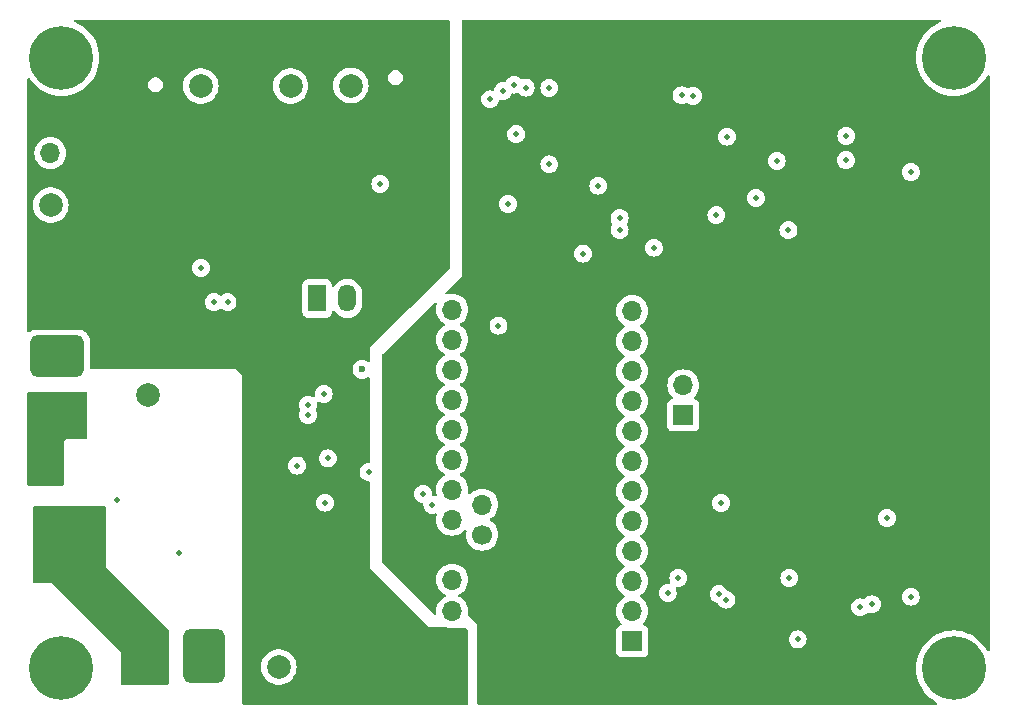
<source format=gbr>
%TF.GenerationSoftware,KiCad,Pcbnew,8.0.4*%
%TF.CreationDate,2024-10-19T12:15:14-07:00*%
%TF.ProjectId,camera_controller,63616d65-7261-45f6-936f-6e74726f6c6c,1.0*%
%TF.SameCoordinates,Original*%
%TF.FileFunction,Copper,L3,Inr*%
%TF.FilePolarity,Positive*%
%FSLAX46Y46*%
G04 Gerber Fmt 4.6, Leading zero omitted, Abs format (unit mm)*
G04 Created by KiCad (PCBNEW 8.0.4) date 2024-10-19 12:15:14*
%MOMM*%
%LPD*%
G01*
G04 APERTURE LIST*
G04 Aperture macros list*
%AMRoundRect*
0 Rectangle with rounded corners*
0 $1 Rounding radius*
0 $2 $3 $4 $5 $6 $7 $8 $9 X,Y pos of 4 corners*
0 Add a 4 corners polygon primitive as box body*
4,1,4,$2,$3,$4,$5,$6,$7,$8,$9,$2,$3,0*
0 Add four circle primitives for the rounded corners*
1,1,$1+$1,$2,$3*
1,1,$1+$1,$4,$5*
1,1,$1+$1,$6,$7*
1,1,$1+$1,$8,$9*
0 Add four rect primitives between the rounded corners*
20,1,$1+$1,$2,$3,$4,$5,0*
20,1,$1+$1,$4,$5,$6,$7,0*
20,1,$1+$1,$6,$7,$8,$9,0*
20,1,$1+$1,$8,$9,$2,$3,0*%
G04 Aperture macros list end*
%TA.AperFunction,ComponentPad*%
%ADD10R,1.500000X2.300000*%
%TD*%
%TA.AperFunction,ComponentPad*%
%ADD11O,1.500000X2.300000*%
%TD*%
%TA.AperFunction,ComponentPad*%
%ADD12R,1.700000X1.700000*%
%TD*%
%TA.AperFunction,ComponentPad*%
%ADD13O,1.700000X1.700000*%
%TD*%
%TA.AperFunction,ComponentPad*%
%ADD14C,0.800000*%
%TD*%
%TA.AperFunction,ComponentPad*%
%ADD15C,5.400000*%
%TD*%
%TA.AperFunction,ComponentPad*%
%ADD16RoundRect,0.500000X1.750000X-1.250000X1.750000X1.250000X-1.750000X1.250000X-1.750000X-1.250000X0*%
%TD*%
%TA.AperFunction,ComponentPad*%
%ADD17C,1.700000*%
%TD*%
%TA.AperFunction,ComponentPad*%
%ADD18RoundRect,0.500000X-1.250000X-1.750000X1.250000X-1.750000X1.250000X1.750000X-1.250000X1.750000X0*%
%TD*%
%TA.AperFunction,ViaPad*%
%ADD19C,2.000000*%
%TD*%
%TA.AperFunction,ViaPad*%
%ADD20C,0.600000*%
%TD*%
%TA.AperFunction,ViaPad*%
%ADD21C,0.510000*%
%TD*%
G04 APERTURE END LIST*
D10*
%TO.N,VSS*%
%TO.C,U1*%
X45053000Y-44107500D03*
D11*
%TO.N,GND*%
X47593000Y-44107500D03*
%TO.N,+5V_MCU*%
X50133000Y-44107500D03*
%TD*%
D12*
%TO.N,+5V_MCU*%
%TO.C,J16*%
X25000000Y-31800000D03*
D13*
%TO.N,GND*%
X22460000Y-31800000D03*
%TD*%
D14*
%TO.N,N/C*%
%TO.C,*%
X96915000Y-23735000D03*
X97508109Y-22303109D03*
X97508109Y-25166891D03*
X98940000Y-21710000D03*
D15*
X98940000Y-23735000D03*
D14*
X98940000Y-25760000D03*
X100371891Y-22303109D03*
X100371891Y-25166891D03*
X100965000Y-23735000D03*
%TD*%
%TO.N,N/C*%
%TO.C,*%
X21375000Y-75415000D03*
X21968109Y-73983109D03*
X21968109Y-76846891D03*
X23400000Y-73390000D03*
D15*
X23400000Y-75415000D03*
D14*
X23400000Y-77440000D03*
X24831891Y-73983109D03*
X24831891Y-76846891D03*
X25425000Y-75415000D03*
%TD*%
%TO.N,N/C*%
%TO.C,*%
X96915000Y-75415000D03*
X97508109Y-73983109D03*
X97508109Y-76846891D03*
X98940000Y-73390000D03*
D15*
X98940000Y-75415000D03*
D14*
X98940000Y-77440000D03*
X100371891Y-73983109D03*
X100371891Y-76846891D03*
X100965000Y-75415000D03*
%TD*%
D16*
%TO.N,Vin SW*%
%TO.C,J12*%
X23062500Y-54000000D03*
%TO.N,GND*%
X23062500Y-49000000D03*
%TD*%
D12*
%TO.N,uCTx*%
%TO.C,U3*%
X71725000Y-73125000D03*
D13*
%TO.N,uCRx*%
X71725000Y-70585000D03*
%TO.N,unconnected-(U3-Pin_3-Pad3)*%
X71725000Y-68045000D03*
%TO.N,GND*%
X71725000Y-65505000D03*
%TO.N,ext_uCRx*%
X71725000Y-62965000D03*
%TO.N,ext_uCTx*%
X71725000Y-60425000D03*
%TO.N,CAM2 GPIO 1*%
X71725000Y-57885000D03*
%TO.N,CAM 2 GPIO 2*%
X71725000Y-55345000D03*
%TO.N,CAM1 GPIO 1*%
X71725000Y-52805000D03*
%TO.N,CAM 1 GPIO 2*%
X71725000Y-50265000D03*
%TO.N,Ext Trig In*%
X71725000Y-47725000D03*
%TO.N,Net-(U3-Pin_12)*%
X71725000Y-45185000D03*
%TO.N,Strobe Trig*%
X56485000Y-45055000D03*
%TO.N,Net-(U3-Pin_14)*%
X56485000Y-47595000D03*
%TO.N,Force On*%
X56485000Y-50135000D03*
%TO.N,P Switch*%
X56485000Y-52675000D03*
%TO.N,Status LED*%
X56485000Y-55215000D03*
%TO.N,5V EN*%
X56485000Y-57755000D03*
%TO.N,VSS SW EN*%
X56485000Y-60295000D03*
%TO.N,Strobe EN*%
X56485000Y-62835000D03*
%TO.N,+3.3V*%
X56485000Y-65375000D03*
%TO.N,GND*%
X56485000Y-67915000D03*
X56485000Y-70585000D03*
D17*
%TO.N,+5V_MCU*%
X56485000Y-72995000D03*
D13*
%TO.N,SDA*%
X59025000Y-61565000D03*
D17*
%TO.N,SCL*%
X59025000Y-64105000D03*
%TD*%
D14*
%TO.N,N/C*%
%TO.C,*%
X21375000Y-23735000D03*
X21968109Y-22303109D03*
X21968109Y-25166891D03*
X23400000Y-21710000D03*
D15*
X23400000Y-23735000D03*
D14*
X23400000Y-25760000D03*
X24831891Y-22303109D03*
X24831891Y-25166891D03*
X25425000Y-23735000D03*
%TD*%
D18*
%TO.N,VIN*%
%TO.C,J1*%
X30500000Y-74400000D03*
%TO.N,GND*%
X35500000Y-74400000D03*
%TD*%
D12*
%TO.N,MCU GPIO 2*%
%TO.C,J17*%
X76050000Y-54000000D03*
D13*
%TO.N,GND*%
X76050000Y-51460000D03*
%TD*%
D19*
%TO.N,GND*%
X42800000Y-26100000D03*
X35200000Y-26100000D03*
D20*
X48850000Y-50100000D03*
D21*
X44275000Y-53975000D03*
D19*
X30700000Y-52300000D03*
D21*
X33362500Y-65650000D03*
X95328600Y-33400000D03*
X62700000Y-26250000D03*
X93300000Y-62700000D03*
X92024999Y-70000000D03*
X64700000Y-26275000D03*
X79750000Y-30400000D03*
D19*
X22500000Y-36200000D03*
X41800000Y-75300000D03*
D21*
X83950000Y-32450000D03*
D19*
X47900000Y-26075000D03*
D21*
X95303600Y-69350002D03*
X61200000Y-36100000D03*
X67550000Y-40300000D03*
X78850000Y-37050000D03*
X45700000Y-61400000D03*
X79250000Y-61425000D03*
X61900000Y-30200000D03*
X35212500Y-41508731D03*
X44274997Y-53100000D03*
X85725000Y-72975000D03*
X84950000Y-38325000D03*
X73550000Y-39800000D03*
X75900000Y-26900000D03*
%TO.N,+3.3V*%
X73550000Y-37950000D03*
X58200000Y-31000000D03*
X60475000Y-54125000D03*
X66500000Y-39300000D03*
X74900000Y-59050000D03*
X60425000Y-57587500D03*
X51375000Y-54450000D03*
X63700000Y-27100000D03*
X59050000Y-69350000D03*
X85425000Y-33800000D03*
%TO.N,AIN 2*%
X76900000Y-26950000D03*
%TO.N,Net-(U5-AIN0)*%
X82191268Y-35583732D03*
%TO.N,VIN*%
X25100000Y-66200000D03*
X24100000Y-66200000D03*
X26000000Y-64900000D03*
X23200000Y-64900000D03*
X25100000Y-62400000D03*
X22300000Y-63700000D03*
X24100000Y-64900000D03*
X24100000Y-63700000D03*
X22300000Y-67500000D03*
X23200000Y-67500000D03*
X22300000Y-62400000D03*
X22300000Y-66200000D03*
X25100000Y-64900000D03*
X26000000Y-62400000D03*
X23200000Y-62400000D03*
X26000000Y-67500000D03*
X25100000Y-67500000D03*
X24100000Y-67500000D03*
X26000000Y-66200000D03*
X23200000Y-66200000D03*
X26000000Y-63700000D03*
X25100000Y-63700000D03*
X24100000Y-62400000D03*
X23200000Y-63700000D03*
X22300000Y-64900000D03*
%TO.N,Net-(D1-A)*%
X28125000Y-61200000D03*
%TO.N,Vin SW*%
X22500000Y-56300000D03*
X23300000Y-58900000D03*
X20800000Y-57100000D03*
X21800000Y-58100000D03*
X21800000Y-59300000D03*
X23300000Y-56300000D03*
X20800000Y-56300000D03*
X23300000Y-59700000D03*
X23300000Y-57100000D03*
X22500000Y-57100000D03*
X21600000Y-56300000D03*
X20800000Y-58900000D03*
X23300000Y-58000000D03*
X20800000Y-58000000D03*
X21600000Y-57100000D03*
X20800000Y-59700000D03*
%TO.N,Net-(D2-A)*%
X37457537Y-44421231D03*
%TO.N,SCL*%
X70650000Y-37300000D03*
X54025000Y-60657538D03*
X45600000Y-52200000D03*
%TO.N,SDA*%
X45950000Y-57650000D03*
X70650000Y-38300000D03*
X54800000Y-61575000D03*
%TO.N,Net-(U4-A1)*%
X49400000Y-58800000D03*
X43350000Y-58250000D03*
%TO.N,5V SW*%
X50400000Y-34400000D03*
%TO.N,Strobe Trig Out*%
X68850000Y-34550000D03*
%TO.N,Strobe EN OUT*%
X64700000Y-32750000D03*
%TO.N,P Switch*%
X60775000Y-26555000D03*
%TO.N,Status LED*%
X61725000Y-26000000D03*
%TO.N,Force On*%
X59700000Y-27250000D03*
%TO.N,CAM1 GPIO 1*%
X89825000Y-32400000D03*
%TO.N,CAM 1 GPIO 2*%
X89850000Y-30350000D03*
%TO.N,Net-(U6-G2)*%
X36300000Y-44421231D03*
%TO.N,+5V_MCU*%
X55800000Y-34575000D03*
X45325000Y-34400000D03*
%TO.N,PCTx1*%
X79046801Y-69138118D03*
%TO.N,PCRx1*%
X79700000Y-69600000D03*
%TO.N,ExtRx2*%
X85025000Y-67775000D03*
%TO.N,ExtTx2*%
X91025000Y-70250000D03*
%TO.N,ext_uCTx*%
X75625000Y-67775000D03*
%TO.N,ext_uCRx*%
X74725000Y-69025000D03*
%TO.N,MCU GPIO 2*%
X60400000Y-46400000D03*
%TD*%
%TA.AperFunction,Conductor*%
%TO.N,Vin SW*%
G36*
X25515677Y-52019685D02*
G01*
X25536319Y-52036319D01*
X25563681Y-52063681D01*
X25597166Y-52125004D01*
X25600000Y-52151362D01*
X25600000Y-55848638D01*
X25580315Y-55915677D01*
X25563681Y-55936319D01*
X25536319Y-55963681D01*
X25474996Y-55997166D01*
X25448638Y-56000000D01*
X23774999Y-56000000D01*
X23600000Y-56174999D01*
X23600000Y-59848638D01*
X23580315Y-59915677D01*
X23563681Y-59936319D01*
X23536319Y-59963681D01*
X23474996Y-59997166D01*
X23448638Y-60000000D01*
X20651362Y-60000000D01*
X20584323Y-59980315D01*
X20563681Y-59963681D01*
X20536819Y-59936819D01*
X20503334Y-59875496D01*
X20500500Y-59849138D01*
X20500500Y-52175862D01*
X20520185Y-52108823D01*
X20536819Y-52088181D01*
X20588681Y-52036319D01*
X20650004Y-52002834D01*
X20676362Y-52000000D01*
X25448638Y-52000000D01*
X25515677Y-52019685D01*
G37*
%TD.AperFunction*%
%TD*%
%TA.AperFunction,Conductor*%
%TO.N,VIN*%
G36*
X27143039Y-61719685D02*
G01*
X27188794Y-61772489D01*
X27200000Y-61824000D01*
X27200000Y-66900000D01*
X32463681Y-72163681D01*
X32497166Y-72225004D01*
X32500000Y-72251362D01*
X32500000Y-76676000D01*
X32480315Y-76743039D01*
X32427511Y-76788794D01*
X32376000Y-76800000D01*
X28524000Y-76800000D01*
X28456961Y-76780315D01*
X28411206Y-76727511D01*
X28400000Y-76676000D01*
X28400000Y-74000000D01*
X22600000Y-68200000D01*
X21124000Y-68200000D01*
X21056961Y-68180315D01*
X21011206Y-68127511D01*
X21000000Y-68076000D01*
X21000000Y-61824000D01*
X21019685Y-61756961D01*
X21072489Y-61711206D01*
X21124000Y-61700000D01*
X27076000Y-61700000D01*
X27143039Y-61719685D01*
G37*
%TD.AperFunction*%
%TD*%
%TA.AperFunction,Conductor*%
%TO.N,+3.3V*%
G36*
X97829112Y-20520185D02*
G01*
X97874867Y-20572989D01*
X97884811Y-20642147D01*
X97855786Y-20705703D01*
X97809526Y-20739061D01*
X97549168Y-20846905D01*
X97234545Y-21020790D01*
X96941377Y-21228805D01*
X96673339Y-21468339D01*
X96433805Y-21736377D01*
X96225790Y-22029545D01*
X96051905Y-22344168D01*
X95914339Y-22676281D01*
X95814828Y-23021694D01*
X95814826Y-23021703D01*
X95754614Y-23376085D01*
X95754612Y-23376097D01*
X95734457Y-23735000D01*
X95754612Y-24093902D01*
X95754614Y-24093914D01*
X95814826Y-24448296D01*
X95814828Y-24448305D01*
X95914339Y-24793718D01*
X95914341Y-24793724D01*
X96051906Y-25125833D01*
X96085862Y-25187272D01*
X96225790Y-25440454D01*
X96427960Y-25725384D01*
X96433806Y-25733623D01*
X96673339Y-26001661D01*
X96905106Y-26208780D01*
X96941377Y-26241194D01*
X97172265Y-26405019D01*
X97234548Y-26449211D01*
X97549167Y-26623094D01*
X97881276Y-26760659D01*
X98226700Y-26860173D01*
X98581093Y-26920387D01*
X98940000Y-26940543D01*
X99298907Y-26920387D01*
X99653300Y-26860173D01*
X99998724Y-26760659D01*
X100330833Y-26623094D01*
X100645452Y-26449211D01*
X100938623Y-26241194D01*
X101206661Y-26001661D01*
X101446194Y-25733623D01*
X101654211Y-25440452D01*
X101766972Y-25236424D01*
X101816629Y-25187272D01*
X101884976Y-25172769D01*
X101950315Y-25197519D01*
X101991901Y-25253665D01*
X101999500Y-25296406D01*
X101999500Y-73853593D01*
X101979815Y-73920632D01*
X101927011Y-73966387D01*
X101857853Y-73976331D01*
X101794297Y-73947306D01*
X101766972Y-73913574D01*
X101712623Y-73815237D01*
X101654211Y-73709548D01*
X101446194Y-73416377D01*
X101206661Y-73148339D01*
X100938623Y-72908806D01*
X100938622Y-72908805D01*
X100645454Y-72700790D01*
X100330831Y-72526905D01*
X100244086Y-72490974D01*
X99998724Y-72389341D01*
X99998720Y-72389339D01*
X99998718Y-72389339D01*
X99653305Y-72289828D01*
X99653296Y-72289826D01*
X99298914Y-72229614D01*
X99298902Y-72229612D01*
X98940000Y-72209457D01*
X98581097Y-72229612D01*
X98581085Y-72229614D01*
X98226703Y-72289826D01*
X98226694Y-72289828D01*
X97881281Y-72389339D01*
X97549168Y-72526905D01*
X97234545Y-72700790D01*
X96941377Y-72908805D01*
X96673339Y-73148339D01*
X96433805Y-73416377D01*
X96225790Y-73709545D01*
X96051905Y-74024168D01*
X95914339Y-74356281D01*
X95814828Y-74701694D01*
X95814826Y-74701703D01*
X95754614Y-75056085D01*
X95754612Y-75056097D01*
X95734457Y-75415000D01*
X95754612Y-75773902D01*
X95754613Y-75773907D01*
X95814827Y-76128300D01*
X95914341Y-76473724D01*
X96051906Y-76805833D01*
X96225789Y-77120452D01*
X96433806Y-77413623D01*
X96673339Y-77681661D01*
X96941377Y-77921194D01*
X97234548Y-78129211D01*
X97467550Y-78257986D01*
X97483809Y-78266972D01*
X97532962Y-78316629D01*
X97547465Y-78384977D01*
X97522715Y-78450316D01*
X97466569Y-78491901D01*
X97423828Y-78499500D01*
X58722520Y-78499500D01*
X58655481Y-78479815D01*
X58609726Y-78427011D01*
X58598520Y-78375723D01*
X58586500Y-71686500D01*
X57900000Y-71000000D01*
X57885200Y-70993870D01*
X57830797Y-70950028D01*
X57808733Y-70883734D01*
X57812879Y-70847217D01*
X57820063Y-70820408D01*
X57840659Y-70585000D01*
X57840210Y-70579873D01*
X57826151Y-70419176D01*
X57820063Y-70349592D01*
X57758903Y-70121337D01*
X57659035Y-69907171D01*
X57649377Y-69893377D01*
X57523494Y-69713597D01*
X57356402Y-69546506D01*
X57356395Y-69546501D01*
X57162834Y-69410967D01*
X57162830Y-69410965D01*
X57151299Y-69405588D01*
X57058642Y-69362381D01*
X57006204Y-69316210D01*
X56987052Y-69249016D01*
X57007268Y-69182135D01*
X57058642Y-69137618D01*
X57162830Y-69089035D01*
X57356401Y-68953495D01*
X57523495Y-68786401D01*
X57659035Y-68592830D01*
X57758903Y-68378663D01*
X57820063Y-68150408D01*
X57840659Y-67915000D01*
X57820063Y-67679592D01*
X57758903Y-67451337D01*
X57659035Y-67237171D01*
X57614521Y-67173597D01*
X57523494Y-67043597D01*
X57356402Y-66876506D01*
X57356395Y-66876501D01*
X57162834Y-66740967D01*
X57162830Y-66740965D01*
X57053846Y-66690145D01*
X56948663Y-66641097D01*
X56948659Y-66641096D01*
X56948655Y-66641094D01*
X56720413Y-66579938D01*
X56720403Y-66579936D01*
X56485001Y-66559341D01*
X56484999Y-66559341D01*
X56249596Y-66579936D01*
X56249586Y-66579938D01*
X56021344Y-66641094D01*
X56021335Y-66641098D01*
X55807171Y-66740964D01*
X55807169Y-66740965D01*
X55613597Y-66876505D01*
X55446505Y-67043597D01*
X55310965Y-67237169D01*
X55310964Y-67237171D01*
X55211098Y-67451335D01*
X55211094Y-67451344D01*
X55149938Y-67679586D01*
X55149936Y-67679596D01*
X55129341Y-67914999D01*
X55129341Y-67915000D01*
X55149936Y-68150403D01*
X55149938Y-68150413D01*
X55211094Y-68378655D01*
X55211096Y-68378659D01*
X55211097Y-68378663D01*
X55271717Y-68508663D01*
X55310965Y-68592830D01*
X55310967Y-68592834D01*
X55361508Y-68665013D01*
X55446505Y-68786401D01*
X55613599Y-68953495D01*
X55635664Y-68968945D01*
X55807165Y-69089032D01*
X55807167Y-69089033D01*
X55807170Y-69089035D01*
X55886381Y-69125972D01*
X55911356Y-69137618D01*
X55963795Y-69183791D01*
X55982947Y-69250984D01*
X55962731Y-69317865D01*
X55911356Y-69362382D01*
X55807171Y-69410964D01*
X55807169Y-69410965D01*
X55613597Y-69546505D01*
X55446505Y-69713597D01*
X55310965Y-69907169D01*
X55310964Y-69907171D01*
X55211098Y-70121335D01*
X55211094Y-70121344D01*
X55149938Y-70349586D01*
X55149936Y-70349596D01*
X55129341Y-70584999D01*
X55129341Y-70585000D01*
X55146922Y-70785949D01*
X55133155Y-70854449D01*
X55084540Y-70904633D01*
X55016512Y-70920566D01*
X54950668Y-70897191D01*
X54935229Y-70883952D01*
X50590618Y-66491016D01*
X50557473Y-66429509D01*
X50554783Y-66403899D01*
X50553672Y-64633597D01*
X50543787Y-48880686D01*
X50563430Y-48813637D01*
X50581236Y-48791814D01*
X55001084Y-44484223D01*
X55062830Y-44451532D01*
X55132452Y-44457412D01*
X55187843Y-44499999D01*
X55211416Y-44565772D01*
X55207403Y-44605120D01*
X55149938Y-44819586D01*
X55149936Y-44819596D01*
X55129341Y-45054999D01*
X55129341Y-45055000D01*
X55149936Y-45290403D01*
X55149938Y-45290413D01*
X55211094Y-45518655D01*
X55211096Y-45518659D01*
X55211097Y-45518663D01*
X55271717Y-45648663D01*
X55310965Y-45732830D01*
X55310967Y-45732834D01*
X55328589Y-45758000D01*
X55446205Y-45925973D01*
X55446501Y-45926395D01*
X55446506Y-45926402D01*
X55613597Y-46093493D01*
X55613603Y-46093498D01*
X55799158Y-46223425D01*
X55842783Y-46278002D01*
X55849977Y-46347500D01*
X55818454Y-46409855D01*
X55799158Y-46426575D01*
X55613597Y-46556505D01*
X55446505Y-46723597D01*
X55310965Y-46917169D01*
X55310964Y-46917171D01*
X55211098Y-47131335D01*
X55211094Y-47131344D01*
X55149938Y-47359586D01*
X55149936Y-47359596D01*
X55129341Y-47594999D01*
X55129341Y-47595000D01*
X55149936Y-47830403D01*
X55149938Y-47830413D01*
X55211094Y-48058655D01*
X55211096Y-48058659D01*
X55211097Y-48058663D01*
X55271717Y-48188663D01*
X55310965Y-48272830D01*
X55310967Y-48272834D01*
X55446501Y-48466395D01*
X55446506Y-48466402D01*
X55613597Y-48633493D01*
X55613603Y-48633498D01*
X55799158Y-48763425D01*
X55842783Y-48818002D01*
X55849977Y-48887500D01*
X55818454Y-48949855D01*
X55799158Y-48966575D01*
X55613597Y-49096505D01*
X55446505Y-49263597D01*
X55310965Y-49457169D01*
X55310964Y-49457171D01*
X55211098Y-49671335D01*
X55211094Y-49671344D01*
X55149938Y-49899586D01*
X55149936Y-49899596D01*
X55129341Y-50134999D01*
X55129341Y-50135000D01*
X55149936Y-50370403D01*
X55149938Y-50370413D01*
X55211094Y-50598655D01*
X55211096Y-50598659D01*
X55211097Y-50598663D01*
X55310965Y-50812830D01*
X55310967Y-50812834D01*
X55446501Y-51006395D01*
X55446506Y-51006402D01*
X55613597Y-51173493D01*
X55613603Y-51173498D01*
X55799158Y-51303425D01*
X55842783Y-51358002D01*
X55849977Y-51427500D01*
X55818454Y-51489855D01*
X55799158Y-51506575D01*
X55613597Y-51636505D01*
X55446505Y-51803597D01*
X55310965Y-51997169D01*
X55310964Y-51997171D01*
X55211098Y-52211335D01*
X55211094Y-52211344D01*
X55149938Y-52439586D01*
X55149936Y-52439596D01*
X55129341Y-52674999D01*
X55129341Y-52675000D01*
X55149936Y-52910403D01*
X55149938Y-52910413D01*
X55211094Y-53138655D01*
X55211096Y-53138659D01*
X55211097Y-53138663D01*
X55271717Y-53268663D01*
X55310965Y-53352830D01*
X55310967Y-53352834D01*
X55446501Y-53546395D01*
X55446506Y-53546402D01*
X55613597Y-53713493D01*
X55613603Y-53713498D01*
X55799158Y-53843425D01*
X55842783Y-53898002D01*
X55849977Y-53967500D01*
X55818454Y-54029855D01*
X55799158Y-54046575D01*
X55613597Y-54176505D01*
X55446505Y-54343597D01*
X55310965Y-54537169D01*
X55310964Y-54537171D01*
X55211098Y-54751335D01*
X55211094Y-54751344D01*
X55149938Y-54979586D01*
X55149936Y-54979596D01*
X55129341Y-55214999D01*
X55129341Y-55215000D01*
X55149936Y-55450403D01*
X55149938Y-55450413D01*
X55211094Y-55678655D01*
X55211096Y-55678659D01*
X55211097Y-55678663D01*
X55271717Y-55808663D01*
X55310965Y-55892830D01*
X55310967Y-55892834D01*
X55446501Y-56086395D01*
X55446506Y-56086402D01*
X55613597Y-56253493D01*
X55613603Y-56253498D01*
X55799158Y-56383425D01*
X55842783Y-56438002D01*
X55849977Y-56507500D01*
X55818454Y-56569855D01*
X55799158Y-56586575D01*
X55613597Y-56716505D01*
X55446505Y-56883597D01*
X55310965Y-57077169D01*
X55310964Y-57077171D01*
X55211098Y-57291335D01*
X55211094Y-57291344D01*
X55149938Y-57519586D01*
X55149936Y-57519596D01*
X55129341Y-57754999D01*
X55129341Y-57755000D01*
X55149936Y-57990403D01*
X55149938Y-57990413D01*
X55211094Y-58218655D01*
X55211096Y-58218659D01*
X55211097Y-58218663D01*
X55271717Y-58348663D01*
X55310965Y-58432830D01*
X55310967Y-58432834D01*
X55446501Y-58626395D01*
X55446506Y-58626402D01*
X55613597Y-58793493D01*
X55613603Y-58793498D01*
X55799158Y-58923425D01*
X55842783Y-58978002D01*
X55849977Y-59047500D01*
X55818454Y-59109855D01*
X55799158Y-59126575D01*
X55613597Y-59256505D01*
X55446505Y-59423597D01*
X55310965Y-59617169D01*
X55310964Y-59617171D01*
X55211098Y-59831335D01*
X55211094Y-59831344D01*
X55149938Y-60059586D01*
X55149936Y-60059596D01*
X55129341Y-60294999D01*
X55129341Y-60295000D01*
X55149936Y-60530403D01*
X55149938Y-60530413D01*
X55197612Y-60708337D01*
X55195949Y-60778187D01*
X55156786Y-60836049D01*
X55092558Y-60863553D01*
X55036884Y-60857472D01*
X54969180Y-60833782D01*
X54969173Y-60833780D01*
X54891195Y-60824994D01*
X54826782Y-60797927D01*
X54787227Y-60740331D01*
X54781860Y-60687889D01*
X54785280Y-60657538D01*
X54785280Y-60657534D01*
X54766219Y-60488365D01*
X54766218Y-60488361D01*
X54744047Y-60425000D01*
X54709989Y-60327665D01*
X54687012Y-60291098D01*
X54619410Y-60183510D01*
X54499027Y-60063127D01*
X54354874Y-59972549D01*
X54194176Y-59916319D01*
X54194172Y-59916318D01*
X54025004Y-59897258D01*
X54024996Y-59897258D01*
X53855827Y-59916318D01*
X53855823Y-59916319D01*
X53695125Y-59972549D01*
X53550972Y-60063127D01*
X53430589Y-60183510D01*
X53340011Y-60327663D01*
X53283781Y-60488361D01*
X53283780Y-60488365D01*
X53264720Y-60657534D01*
X53264720Y-60657541D01*
X53283780Y-60826710D01*
X53283781Y-60826714D01*
X53340011Y-60987412D01*
X53412536Y-61102834D01*
X53430589Y-61131565D01*
X53550973Y-61251949D01*
X53557145Y-61255827D01*
X53680752Y-61333495D01*
X53695127Y-61342527D01*
X53855822Y-61398756D01*
X53855823Y-61398756D01*
X53855827Y-61398757D01*
X53907411Y-61404568D01*
X53933801Y-61407542D01*
X53998215Y-61434608D01*
X54037771Y-61492202D01*
X54043140Y-61544643D01*
X54039720Y-61575002D01*
X54039720Y-61575003D01*
X54058780Y-61744172D01*
X54058781Y-61744176D01*
X54115011Y-61904874D01*
X54149233Y-61959337D01*
X54205589Y-62049027D01*
X54325973Y-62169411D01*
X54411237Y-62222986D01*
X54442818Y-62242830D01*
X54470127Y-62259989D01*
X54630822Y-62316218D01*
X54630823Y-62316218D01*
X54630827Y-62316219D01*
X54799996Y-62335280D01*
X54800000Y-62335280D01*
X54800004Y-62335280D01*
X54969172Y-62316219D01*
X54969173Y-62316219D01*
X54969174Y-62316218D01*
X54969178Y-62316218D01*
X55030971Y-62294595D01*
X55100748Y-62291035D01*
X55161376Y-62325764D01*
X55193603Y-62387757D01*
X55191699Y-62443731D01*
X55149938Y-62599586D01*
X55149936Y-62599596D01*
X55129341Y-62834999D01*
X55129341Y-62835000D01*
X55149936Y-63070403D01*
X55149938Y-63070413D01*
X55211094Y-63298655D01*
X55211096Y-63298659D01*
X55211097Y-63298663D01*
X55310965Y-63512830D01*
X55310967Y-63512834D01*
X55401992Y-63642830D01*
X55446505Y-63706401D01*
X55613599Y-63873495D01*
X55710384Y-63941265D01*
X55807165Y-64009032D01*
X55807167Y-64009033D01*
X55807170Y-64009035D01*
X56021337Y-64108903D01*
X56249592Y-64170063D01*
X56437918Y-64186539D01*
X56484999Y-64190659D01*
X56485000Y-64190659D01*
X56485001Y-64190659D01*
X56524234Y-64187226D01*
X56720408Y-64170063D01*
X56948663Y-64108903D01*
X57162830Y-64009035D01*
X57356401Y-63873495D01*
X57483363Y-63746532D01*
X57544682Y-63713050D01*
X57614374Y-63718034D01*
X57670308Y-63759905D01*
X57694725Y-63825369D01*
X57690819Y-63866299D01*
X57689938Y-63869585D01*
X57689936Y-63869596D01*
X57669341Y-64104999D01*
X57669341Y-64105000D01*
X57689936Y-64340403D01*
X57689938Y-64340413D01*
X57751094Y-64568655D01*
X57751096Y-64568659D01*
X57751097Y-64568663D01*
X57850965Y-64782830D01*
X57850967Y-64782834D01*
X57959281Y-64937521D01*
X57986505Y-64976401D01*
X58153599Y-65143495D01*
X58250384Y-65211265D01*
X58347165Y-65279032D01*
X58347167Y-65279033D01*
X58347170Y-65279035D01*
X58561337Y-65378903D01*
X58789592Y-65440063D01*
X58977918Y-65456539D01*
X59024999Y-65460659D01*
X59025000Y-65460659D01*
X59025001Y-65460659D01*
X59064234Y-65457226D01*
X59260408Y-65440063D01*
X59488663Y-65378903D01*
X59702830Y-65279035D01*
X59896401Y-65143495D01*
X60063495Y-64976401D01*
X60199035Y-64782830D01*
X60298903Y-64568663D01*
X60360063Y-64340408D01*
X60380659Y-64105000D01*
X60360063Y-63869592D01*
X60298903Y-63641337D01*
X60199035Y-63427171D01*
X60169499Y-63384988D01*
X60063494Y-63233597D01*
X59896402Y-63066506D01*
X59896396Y-63066501D01*
X59710842Y-62936575D01*
X59667217Y-62881998D01*
X59660023Y-62812500D01*
X59691546Y-62750145D01*
X59710842Y-62733425D01*
X59758583Y-62699996D01*
X59896401Y-62603495D01*
X60063495Y-62436401D01*
X60199035Y-62242830D01*
X60298903Y-62028663D01*
X60360063Y-61800408D01*
X60380659Y-61565000D01*
X60378690Y-61542500D01*
X60372263Y-61469035D01*
X60360063Y-61329592D01*
X60313626Y-61156285D01*
X60298905Y-61101344D01*
X60298904Y-61101343D01*
X60298903Y-61101337D01*
X60199035Y-60887171D01*
X60163240Y-60836049D01*
X60063494Y-60693597D01*
X59896402Y-60526506D01*
X59896395Y-60526501D01*
X59702834Y-60390967D01*
X59702830Y-60390965D01*
X59702828Y-60390964D01*
X59488663Y-60291097D01*
X59488659Y-60291096D01*
X59488655Y-60291094D01*
X59260413Y-60229938D01*
X59260403Y-60229936D01*
X59025001Y-60209341D01*
X59024999Y-60209341D01*
X58789596Y-60229936D01*
X58789586Y-60229938D01*
X58561344Y-60291094D01*
X58561335Y-60291098D01*
X58347171Y-60390964D01*
X58347169Y-60390965D01*
X58153600Y-60526503D01*
X58026639Y-60653464D01*
X57965316Y-60686948D01*
X57895624Y-60681964D01*
X57839691Y-60640092D01*
X57815274Y-60574628D01*
X57819185Y-60533682D01*
X57820063Y-60530408D01*
X57840659Y-60295000D01*
X57820063Y-60059592D01*
X57758903Y-59831337D01*
X57659035Y-59617171D01*
X57614521Y-59553597D01*
X57523494Y-59423597D01*
X57356402Y-59256506D01*
X57356396Y-59256501D01*
X57170842Y-59126575D01*
X57127217Y-59071998D01*
X57120023Y-59002500D01*
X57151546Y-58940145D01*
X57170842Y-58923425D01*
X57193026Y-58907891D01*
X57356401Y-58793495D01*
X57523495Y-58626401D01*
X57659035Y-58432830D01*
X57758903Y-58218663D01*
X57820063Y-57990408D01*
X57840659Y-57755000D01*
X57820063Y-57519592D01*
X57758903Y-57291337D01*
X57659035Y-57077171D01*
X57614521Y-57013597D01*
X57523494Y-56883597D01*
X57356402Y-56716506D01*
X57356396Y-56716501D01*
X57170842Y-56586575D01*
X57127217Y-56531998D01*
X57120023Y-56462500D01*
X57151546Y-56400145D01*
X57170842Y-56383425D01*
X57193026Y-56367891D01*
X57356401Y-56253495D01*
X57523495Y-56086401D01*
X57659035Y-55892830D01*
X57758903Y-55678663D01*
X57820063Y-55450408D01*
X57840659Y-55215000D01*
X57820063Y-54979592D01*
X57758903Y-54751337D01*
X57659035Y-54537171D01*
X57614521Y-54473597D01*
X57523494Y-54343597D01*
X57356402Y-54176506D01*
X57356396Y-54176501D01*
X57170842Y-54046575D01*
X57127217Y-53991998D01*
X57120023Y-53922500D01*
X57151546Y-53860145D01*
X57170842Y-53843425D01*
X57193026Y-53827891D01*
X57356401Y-53713495D01*
X57523495Y-53546401D01*
X57659035Y-53352830D01*
X57758903Y-53138663D01*
X57820063Y-52910408D01*
X57840659Y-52675000D01*
X57820063Y-52439592D01*
X57758903Y-52211337D01*
X57659035Y-51997171D01*
X57614521Y-51933597D01*
X57523494Y-51803597D01*
X57356402Y-51636506D01*
X57356396Y-51636501D01*
X57170842Y-51506575D01*
X57127217Y-51451998D01*
X57120023Y-51382500D01*
X57151546Y-51320145D01*
X57170842Y-51303425D01*
X57283427Y-51224592D01*
X57356401Y-51173495D01*
X57523495Y-51006401D01*
X57659035Y-50812830D01*
X57758903Y-50598663D01*
X57820063Y-50370408D01*
X57840659Y-50135000D01*
X57839778Y-50124936D01*
X57820063Y-49899596D01*
X57820063Y-49899592D01*
X57758903Y-49671337D01*
X57659035Y-49457171D01*
X57614521Y-49393597D01*
X57523494Y-49263597D01*
X57356402Y-49096506D01*
X57356396Y-49096501D01*
X57170842Y-48966575D01*
X57127217Y-48911998D01*
X57120023Y-48842500D01*
X57151546Y-48780145D01*
X57170842Y-48763425D01*
X57193026Y-48747891D01*
X57356401Y-48633495D01*
X57523495Y-48466401D01*
X57659035Y-48272830D01*
X57758903Y-48058663D01*
X57820063Y-47830408D01*
X57840659Y-47595000D01*
X57820063Y-47359592D01*
X57758903Y-47131337D01*
X57659035Y-46917171D01*
X57628826Y-46874027D01*
X57523494Y-46723597D01*
X57356402Y-46556506D01*
X57356396Y-46556501D01*
X57170842Y-46426575D01*
X57149597Y-46399996D01*
X59639720Y-46399996D01*
X59639720Y-46400003D01*
X59658780Y-46569172D01*
X59658781Y-46569176D01*
X59715011Y-46729874D01*
X59792752Y-46853597D01*
X59805589Y-46874027D01*
X59925973Y-46994411D01*
X60070127Y-47084989D01*
X60230822Y-47141218D01*
X60230823Y-47141218D01*
X60230827Y-47141219D01*
X60399996Y-47160280D01*
X60400000Y-47160280D01*
X60400004Y-47160280D01*
X60569172Y-47141219D01*
X60569174Y-47141218D01*
X60569178Y-47141218D01*
X60729873Y-47084989D01*
X60874027Y-46994411D01*
X60994411Y-46874027D01*
X61084989Y-46729873D01*
X61141218Y-46569178D01*
X61142646Y-46556505D01*
X61160280Y-46400003D01*
X61160280Y-46399996D01*
X61141219Y-46230827D01*
X61141218Y-46230823D01*
X61140592Y-46229035D01*
X61084989Y-46070127D01*
X61076364Y-46056401D01*
X61047986Y-46011237D01*
X60994411Y-45925973D01*
X60874027Y-45805589D01*
X60798290Y-45758000D01*
X60729874Y-45715011D01*
X60569176Y-45658781D01*
X60569172Y-45658780D01*
X60400004Y-45639720D01*
X60399996Y-45639720D01*
X60230827Y-45658780D01*
X60230823Y-45658781D01*
X60070125Y-45715011D01*
X59925972Y-45805589D01*
X59805589Y-45925972D01*
X59715011Y-46070125D01*
X59658781Y-46230823D01*
X59658780Y-46230827D01*
X59639720Y-46399996D01*
X57149597Y-46399996D01*
X57127217Y-46371998D01*
X57120023Y-46302500D01*
X57151546Y-46240145D01*
X57170842Y-46223425D01*
X57193026Y-46207891D01*
X57356401Y-46093495D01*
X57523495Y-45926401D01*
X57659035Y-45732830D01*
X57758903Y-45518663D01*
X57820063Y-45290408D01*
X57829285Y-45184999D01*
X70369341Y-45184999D01*
X70369341Y-45185000D01*
X70389936Y-45420403D01*
X70389938Y-45420413D01*
X70451094Y-45648655D01*
X70451096Y-45648659D01*
X70451097Y-45648663D01*
X70482036Y-45715011D01*
X70550965Y-45862830D01*
X70550967Y-45862834D01*
X70686501Y-46056395D01*
X70686506Y-46056402D01*
X70853597Y-46223493D01*
X70853603Y-46223498D01*
X71039158Y-46353425D01*
X71082783Y-46408002D01*
X71089977Y-46477500D01*
X71058454Y-46539855D01*
X71039158Y-46556575D01*
X70853597Y-46686505D01*
X70686505Y-46853597D01*
X70550965Y-47047169D01*
X70550964Y-47047171D01*
X70451098Y-47261335D01*
X70451094Y-47261344D01*
X70389938Y-47489586D01*
X70389936Y-47489596D01*
X70369341Y-47724999D01*
X70369341Y-47725000D01*
X70389936Y-47960403D01*
X70389938Y-47960413D01*
X70451094Y-48188655D01*
X70451096Y-48188659D01*
X70451097Y-48188663D01*
X70490345Y-48272830D01*
X70550965Y-48402830D01*
X70550967Y-48402834D01*
X70686501Y-48596395D01*
X70686506Y-48596402D01*
X70853597Y-48763493D01*
X70853603Y-48763498D01*
X71039158Y-48893425D01*
X71082783Y-48948002D01*
X71089977Y-49017500D01*
X71058454Y-49079855D01*
X71039158Y-49096575D01*
X70853597Y-49226505D01*
X70686505Y-49393597D01*
X70550965Y-49587169D01*
X70550964Y-49587171D01*
X70451098Y-49801335D01*
X70451094Y-49801344D01*
X70389938Y-50029586D01*
X70389936Y-50029596D01*
X70369341Y-50264999D01*
X70369341Y-50265000D01*
X70389936Y-50500403D01*
X70389938Y-50500413D01*
X70451094Y-50728655D01*
X70451096Y-50728659D01*
X70451097Y-50728663D01*
X70490345Y-50812830D01*
X70550965Y-50942830D01*
X70550967Y-50942834D01*
X70686501Y-51136395D01*
X70686506Y-51136402D01*
X70853597Y-51303493D01*
X70853603Y-51303498D01*
X71039158Y-51433425D01*
X71082783Y-51488002D01*
X71089977Y-51557500D01*
X71058454Y-51619855D01*
X71039158Y-51636575D01*
X70853597Y-51766505D01*
X70686505Y-51933597D01*
X70550965Y-52127169D01*
X70550964Y-52127171D01*
X70451098Y-52341335D01*
X70451094Y-52341344D01*
X70389938Y-52569586D01*
X70389936Y-52569596D01*
X70369341Y-52804999D01*
X70369341Y-52805000D01*
X70389936Y-53040403D01*
X70389938Y-53040413D01*
X70451094Y-53268655D01*
X70451096Y-53268659D01*
X70451097Y-53268663D01*
X70490345Y-53352830D01*
X70550965Y-53482830D01*
X70550967Y-53482834D01*
X70686501Y-53676395D01*
X70686506Y-53676402D01*
X70853597Y-53843493D01*
X70853603Y-53843498D01*
X71039158Y-53973425D01*
X71082783Y-54028002D01*
X71089977Y-54097500D01*
X71058454Y-54159855D01*
X71039158Y-54176575D01*
X70853597Y-54306505D01*
X70686505Y-54473597D01*
X70550965Y-54667169D01*
X70550964Y-54667171D01*
X70451098Y-54881335D01*
X70451094Y-54881344D01*
X70389938Y-55109586D01*
X70389936Y-55109596D01*
X70369341Y-55344999D01*
X70369341Y-55345000D01*
X70389936Y-55580403D01*
X70389938Y-55580413D01*
X70451094Y-55808655D01*
X70451096Y-55808659D01*
X70451097Y-55808663D01*
X70490345Y-55892830D01*
X70550965Y-56022830D01*
X70550967Y-56022834D01*
X70686501Y-56216395D01*
X70686506Y-56216402D01*
X70853597Y-56383493D01*
X70853603Y-56383498D01*
X71039158Y-56513425D01*
X71082783Y-56568002D01*
X71089977Y-56637500D01*
X71058454Y-56699855D01*
X71039158Y-56716575D01*
X70853597Y-56846505D01*
X70686505Y-57013597D01*
X70550965Y-57207169D01*
X70550964Y-57207171D01*
X70451098Y-57421335D01*
X70451094Y-57421344D01*
X70389938Y-57649586D01*
X70389936Y-57649596D01*
X70369341Y-57884999D01*
X70369341Y-57885000D01*
X70389936Y-58120403D01*
X70389938Y-58120413D01*
X70451094Y-58348655D01*
X70451096Y-58348659D01*
X70451097Y-58348663D01*
X70490345Y-58432830D01*
X70550965Y-58562830D01*
X70550967Y-58562834D01*
X70686501Y-58756395D01*
X70686506Y-58756402D01*
X70853597Y-58923493D01*
X70853603Y-58923498D01*
X71039158Y-59053425D01*
X71082783Y-59108002D01*
X71089977Y-59177500D01*
X71058454Y-59239855D01*
X71039158Y-59256575D01*
X70853597Y-59386505D01*
X70686505Y-59553597D01*
X70550965Y-59747169D01*
X70550964Y-59747171D01*
X70451098Y-59961335D01*
X70451094Y-59961344D01*
X70389938Y-60189586D01*
X70389936Y-60189596D01*
X70369341Y-60424999D01*
X70369341Y-60425000D01*
X70389936Y-60660403D01*
X70389938Y-60660413D01*
X70451094Y-60888655D01*
X70451096Y-60888659D01*
X70451097Y-60888663D01*
X70480153Y-60950973D01*
X70550965Y-61102830D01*
X70550967Y-61102834D01*
X70686501Y-61296395D01*
X70686506Y-61296402D01*
X70853597Y-61463493D01*
X70853603Y-61463498D01*
X71039158Y-61593425D01*
X71082783Y-61648002D01*
X71089977Y-61717500D01*
X71058454Y-61779855D01*
X71039158Y-61796575D01*
X70853597Y-61926505D01*
X70686505Y-62093597D01*
X70550965Y-62287169D01*
X70550964Y-62287171D01*
X70451098Y-62501335D01*
X70451094Y-62501344D01*
X70389938Y-62729586D01*
X70389936Y-62729596D01*
X70369341Y-62964999D01*
X70369341Y-62965000D01*
X70389936Y-63200403D01*
X70389938Y-63200413D01*
X70451094Y-63428655D01*
X70451096Y-63428659D01*
X70451097Y-63428663D01*
X70490345Y-63512830D01*
X70550965Y-63642830D01*
X70550967Y-63642834D01*
X70686501Y-63836395D01*
X70686506Y-63836402D01*
X70853597Y-64003493D01*
X70853603Y-64003498D01*
X71039158Y-64133425D01*
X71082783Y-64188002D01*
X71089977Y-64257500D01*
X71058454Y-64319855D01*
X71039158Y-64336575D01*
X70853597Y-64466505D01*
X70686505Y-64633597D01*
X70550965Y-64827169D01*
X70550964Y-64827171D01*
X70451098Y-65041335D01*
X70451094Y-65041344D01*
X70389938Y-65269586D01*
X70389936Y-65269596D01*
X70369341Y-65504999D01*
X70369341Y-65505000D01*
X70389936Y-65740403D01*
X70389938Y-65740413D01*
X70451094Y-65968655D01*
X70451096Y-65968659D01*
X70451097Y-65968663D01*
X70550965Y-66182830D01*
X70550967Y-66182834D01*
X70686501Y-66376395D01*
X70686506Y-66376402D01*
X70853597Y-66543493D01*
X70853603Y-66543498D01*
X71039158Y-66673425D01*
X71082783Y-66728002D01*
X71089977Y-66797500D01*
X71058454Y-66859855D01*
X71039158Y-66876575D01*
X70853597Y-67006505D01*
X70686505Y-67173597D01*
X70550965Y-67367169D01*
X70550964Y-67367171D01*
X70451098Y-67581335D01*
X70451094Y-67581344D01*
X70389938Y-67809586D01*
X70389936Y-67809596D01*
X70369341Y-68044999D01*
X70369341Y-68045000D01*
X70389936Y-68280403D01*
X70389938Y-68280413D01*
X70451094Y-68508655D01*
X70451096Y-68508659D01*
X70451097Y-68508663D01*
X70535548Y-68689769D01*
X70550965Y-68722830D01*
X70550967Y-68722834D01*
X70686501Y-68916395D01*
X70686506Y-68916402D01*
X70853597Y-69083493D01*
X70853603Y-69083498D01*
X71039158Y-69213425D01*
X71082783Y-69268002D01*
X71089977Y-69337500D01*
X71058454Y-69399855D01*
X71039158Y-69416575D01*
X70853597Y-69546505D01*
X70686505Y-69713597D01*
X70550965Y-69907169D01*
X70550964Y-69907171D01*
X70451098Y-70121335D01*
X70451094Y-70121344D01*
X70389938Y-70349586D01*
X70389936Y-70349596D01*
X70369341Y-70584999D01*
X70369341Y-70585000D01*
X70389936Y-70820403D01*
X70389938Y-70820413D01*
X70451094Y-71048655D01*
X70451096Y-71048659D01*
X70451097Y-71048663D01*
X70550965Y-71262830D01*
X70550967Y-71262834D01*
X70659281Y-71417521D01*
X70686501Y-71456396D01*
X70686506Y-71456402D01*
X70808430Y-71578326D01*
X70841915Y-71639649D01*
X70836931Y-71709341D01*
X70795059Y-71765274D01*
X70764083Y-71782189D01*
X70632669Y-71831203D01*
X70632664Y-71831206D01*
X70517455Y-71917452D01*
X70517452Y-71917455D01*
X70431206Y-72032664D01*
X70431202Y-72032671D01*
X70380908Y-72167517D01*
X70375834Y-72214720D01*
X70374501Y-72227123D01*
X70374500Y-72227135D01*
X70374500Y-74022870D01*
X70374501Y-74022876D01*
X70380908Y-74082483D01*
X70431202Y-74217328D01*
X70431206Y-74217335D01*
X70517452Y-74332544D01*
X70517455Y-74332547D01*
X70632664Y-74418793D01*
X70632671Y-74418797D01*
X70767517Y-74469091D01*
X70767516Y-74469091D01*
X70774444Y-74469835D01*
X70827127Y-74475500D01*
X72622872Y-74475499D01*
X72682483Y-74469091D01*
X72817331Y-74418796D01*
X72932546Y-74332546D01*
X73018796Y-74217331D01*
X73069091Y-74082483D01*
X73075500Y-74022873D01*
X73075499Y-72974996D01*
X84964720Y-72974996D01*
X84964720Y-72975003D01*
X84983780Y-73144172D01*
X84983781Y-73144176D01*
X85040011Y-73304874D01*
X85130589Y-73449027D01*
X85250973Y-73569411D01*
X85395127Y-73659989D01*
X85555822Y-73716218D01*
X85555823Y-73716218D01*
X85555827Y-73716219D01*
X85724996Y-73735280D01*
X85725000Y-73735280D01*
X85725004Y-73735280D01*
X85894172Y-73716219D01*
X85894174Y-73716218D01*
X85894178Y-73716218D01*
X86054873Y-73659989D01*
X86199027Y-73569411D01*
X86319411Y-73449027D01*
X86409989Y-73304873D01*
X86466218Y-73144178D01*
X86485280Y-72975000D01*
X86466218Y-72805822D01*
X86409989Y-72645127D01*
X86319411Y-72500973D01*
X86199027Y-72380589D01*
X86054874Y-72290011D01*
X85894176Y-72233781D01*
X85894172Y-72233780D01*
X85725004Y-72214720D01*
X85724996Y-72214720D01*
X85555827Y-72233780D01*
X85555823Y-72233781D01*
X85395125Y-72290011D01*
X85250972Y-72380589D01*
X85130589Y-72500972D01*
X85040011Y-72645125D01*
X84983781Y-72805823D01*
X84983780Y-72805827D01*
X84964720Y-72974996D01*
X73075499Y-72974996D01*
X73075499Y-72227128D01*
X73069091Y-72167517D01*
X73018796Y-72032669D01*
X73018795Y-72032668D01*
X73018793Y-72032664D01*
X72932547Y-71917455D01*
X72932544Y-71917452D01*
X72817335Y-71831206D01*
X72817328Y-71831202D01*
X72685917Y-71782189D01*
X72629983Y-71740318D01*
X72605566Y-71674853D01*
X72620418Y-71606580D01*
X72641563Y-71578332D01*
X72763495Y-71456401D01*
X72899035Y-71262830D01*
X72998903Y-71048663D01*
X73060063Y-70820408D01*
X73080659Y-70585000D01*
X73080210Y-70579873D01*
X73066151Y-70419176D01*
X73060063Y-70349592D01*
X72998903Y-70121337D01*
X72899035Y-69907171D01*
X72889377Y-69893377D01*
X72763494Y-69713597D01*
X72596402Y-69546506D01*
X72596396Y-69546501D01*
X72410842Y-69416575D01*
X72367217Y-69361998D01*
X72360023Y-69292500D01*
X72391546Y-69230145D01*
X72410842Y-69213425D01*
X72535736Y-69125973D01*
X72596401Y-69083495D01*
X72654900Y-69024996D01*
X73964720Y-69024996D01*
X73964720Y-69025003D01*
X73983780Y-69194172D01*
X73983781Y-69194176D01*
X74040011Y-69354874D01*
X74087736Y-69430827D01*
X74130589Y-69499027D01*
X74250973Y-69619411D01*
X74395127Y-69709989D01*
X74555822Y-69766218D01*
X74555823Y-69766218D01*
X74555827Y-69766219D01*
X74724996Y-69785280D01*
X74725000Y-69785280D01*
X74725004Y-69785280D01*
X74894172Y-69766219D01*
X74894174Y-69766218D01*
X74894178Y-69766218D01*
X75054873Y-69709989D01*
X75199027Y-69619411D01*
X75319411Y-69499027D01*
X75409989Y-69354873D01*
X75466218Y-69194178D01*
X75466219Y-69194172D01*
X75472535Y-69138114D01*
X78286521Y-69138114D01*
X78286521Y-69138121D01*
X78305581Y-69307290D01*
X78305582Y-69307294D01*
X78361812Y-69467992D01*
X78422774Y-69565011D01*
X78452390Y-69612145D01*
X78572774Y-69732529D01*
X78716928Y-69823107D01*
X78877623Y-69879336D01*
X78904877Y-69882406D01*
X78931964Y-69885459D01*
X78996378Y-69912525D01*
X79023075Y-69942707D01*
X79105589Y-70074027D01*
X79225973Y-70194411D01*
X79370127Y-70284989D01*
X79530822Y-70341218D01*
X79530823Y-70341218D01*
X79530827Y-70341219D01*
X79699996Y-70360280D01*
X79700000Y-70360280D01*
X79700004Y-70360280D01*
X79869172Y-70341219D01*
X79869174Y-70341218D01*
X79869178Y-70341218D01*
X80029873Y-70284989D01*
X80085564Y-70249996D01*
X90264720Y-70249996D01*
X90264720Y-70250003D01*
X90283780Y-70419172D01*
X90283781Y-70419176D01*
X90340011Y-70579874D01*
X90391571Y-70661930D01*
X90430589Y-70724027D01*
X90550973Y-70844411D01*
X90695127Y-70934989D01*
X90855822Y-70991218D01*
X90855823Y-70991218D01*
X90855827Y-70991219D01*
X91024996Y-71010280D01*
X91025000Y-71010280D01*
X91025004Y-71010280D01*
X91194172Y-70991219D01*
X91194174Y-70991218D01*
X91194178Y-70991218D01*
X91354873Y-70934989D01*
X91499027Y-70844411D01*
X91612862Y-70730576D01*
X91674185Y-70697091D01*
X91741497Y-70701215D01*
X91855821Y-70741218D01*
X91855826Y-70741219D01*
X92024995Y-70760280D01*
X92024999Y-70760280D01*
X92025003Y-70760280D01*
X92194171Y-70741219D01*
X92194173Y-70741218D01*
X92194177Y-70741218D01*
X92354872Y-70684989D01*
X92499026Y-70594411D01*
X92619410Y-70474027D01*
X92709988Y-70329873D01*
X92766217Y-70169178D01*
X92771607Y-70121344D01*
X92785279Y-70000003D01*
X92785279Y-69999996D01*
X92766218Y-69830827D01*
X92766217Y-69830823D01*
X92747024Y-69775973D01*
X92709988Y-69670127D01*
X92619410Y-69525973D01*
X92499026Y-69405589D01*
X92489900Y-69399855D01*
X92410554Y-69349998D01*
X94543320Y-69349998D01*
X94543320Y-69350005D01*
X94562380Y-69519174D01*
X94562381Y-69519178D01*
X94618611Y-69679876D01*
X94674724Y-69769178D01*
X94709189Y-69824029D01*
X94829573Y-69944413D01*
X94973727Y-70034991D01*
X95134422Y-70091220D01*
X95134423Y-70091220D01*
X95134427Y-70091221D01*
X95303596Y-70110282D01*
X95303600Y-70110282D01*
X95303604Y-70110282D01*
X95472772Y-70091221D01*
X95472774Y-70091220D01*
X95472778Y-70091220D01*
X95633473Y-70034991D01*
X95777627Y-69944413D01*
X95898011Y-69824029D01*
X95988589Y-69679875D01*
X96044818Y-69519180D01*
X96047089Y-69499027D01*
X96063880Y-69350005D01*
X96063880Y-69349998D01*
X96044819Y-69180829D01*
X96044818Y-69180825D01*
X96029875Y-69138121D01*
X95988589Y-69020129D01*
X95898011Y-68875975D01*
X95777627Y-68755591D01*
X95725495Y-68722834D01*
X95633474Y-68665013D01*
X95472776Y-68608783D01*
X95472772Y-68608782D01*
X95303604Y-68589722D01*
X95303596Y-68589722D01*
X95134427Y-68608782D01*
X95134423Y-68608783D01*
X94973725Y-68665013D01*
X94829572Y-68755591D01*
X94709189Y-68875974D01*
X94618611Y-69020127D01*
X94562381Y-69180825D01*
X94562380Y-69180829D01*
X94543320Y-69349998D01*
X92410554Y-69349998D01*
X92354873Y-69315011D01*
X92194175Y-69258781D01*
X92194171Y-69258780D01*
X92025003Y-69239720D01*
X92024995Y-69239720D01*
X91855826Y-69258780D01*
X91855822Y-69258781D01*
X91695124Y-69315011D01*
X91550973Y-69405588D01*
X91437136Y-69519425D01*
X91375813Y-69552909D01*
X91308501Y-69548785D01*
X91194176Y-69508781D01*
X91194172Y-69508780D01*
X91025004Y-69489720D01*
X91024996Y-69489720D01*
X90855827Y-69508780D01*
X90855823Y-69508781D01*
X90695125Y-69565011D01*
X90550972Y-69655589D01*
X90430589Y-69775972D01*
X90340011Y-69920125D01*
X90283781Y-70080823D01*
X90283780Y-70080827D01*
X90264720Y-70249996D01*
X80085564Y-70249996D01*
X80174027Y-70194411D01*
X80294411Y-70074027D01*
X80384989Y-69929873D01*
X80441218Y-69769178D01*
X80441219Y-69769172D01*
X80460280Y-69600003D01*
X80460280Y-69599996D01*
X80441219Y-69430827D01*
X80441218Y-69430823D01*
X80436232Y-69416575D01*
X80384989Y-69270127D01*
X80377860Y-69258782D01*
X80337263Y-69194172D01*
X80294411Y-69125973D01*
X80174027Y-69005589D01*
X80029874Y-68915011D01*
X79869176Y-68858781D01*
X79814835Y-68852658D01*
X79750421Y-68825591D01*
X79723725Y-68795410D01*
X79718064Y-68786401D01*
X79641212Y-68664091D01*
X79520828Y-68543707D01*
X79507417Y-68535280D01*
X79376675Y-68453129D01*
X79215977Y-68396899D01*
X79215973Y-68396898D01*
X79046805Y-68377838D01*
X79046797Y-68377838D01*
X78877628Y-68396898D01*
X78877624Y-68396899D01*
X78716926Y-68453129D01*
X78572773Y-68543707D01*
X78452390Y-68664090D01*
X78361812Y-68808243D01*
X78305582Y-68968941D01*
X78305581Y-68968945D01*
X78286521Y-69138114D01*
X75472535Y-69138114D01*
X75485280Y-69025003D01*
X75485280Y-69024996D01*
X75466219Y-68855827D01*
X75466218Y-68855823D01*
X75449569Y-68808243D01*
X75409989Y-68695127D01*
X75409988Y-68695125D01*
X75408114Y-68689769D01*
X75404553Y-68619990D01*
X75439282Y-68559363D01*
X75501275Y-68527136D01*
X75539040Y-68525595D01*
X75624997Y-68535280D01*
X75625000Y-68535280D01*
X75625004Y-68535280D01*
X75794172Y-68516219D01*
X75794174Y-68516218D01*
X75794178Y-68516218D01*
X75954873Y-68459989D01*
X76099027Y-68369411D01*
X76219411Y-68249027D01*
X76309989Y-68104873D01*
X76366218Y-67944178D01*
X76381382Y-67809596D01*
X76385280Y-67775003D01*
X76385280Y-67774996D01*
X84264720Y-67774996D01*
X84264720Y-67775003D01*
X84283780Y-67944172D01*
X84283781Y-67944176D01*
X84340011Y-68104874D01*
X84387222Y-68180009D01*
X84430589Y-68249027D01*
X84550973Y-68369411D01*
X84695127Y-68459989D01*
X84855822Y-68516218D01*
X84855823Y-68516218D01*
X84855827Y-68516219D01*
X85024996Y-68535280D01*
X85025000Y-68535280D01*
X85025004Y-68535280D01*
X85194172Y-68516219D01*
X85194174Y-68516218D01*
X85194178Y-68516218D01*
X85354873Y-68459989D01*
X85499027Y-68369411D01*
X85619411Y-68249027D01*
X85709989Y-68104873D01*
X85766218Y-67944178D01*
X85781382Y-67809596D01*
X85785280Y-67775003D01*
X85785280Y-67774996D01*
X85766219Y-67605827D01*
X85766218Y-67605823D01*
X85757649Y-67581335D01*
X85709989Y-67445127D01*
X85619411Y-67300973D01*
X85499027Y-67180589D01*
X85354874Y-67090011D01*
X85194176Y-67033781D01*
X85194172Y-67033780D01*
X85025004Y-67014720D01*
X85024996Y-67014720D01*
X84855827Y-67033780D01*
X84855823Y-67033781D01*
X84695125Y-67090011D01*
X84550972Y-67180589D01*
X84430589Y-67300972D01*
X84340011Y-67445125D01*
X84283781Y-67605823D01*
X84283780Y-67605827D01*
X84264720Y-67774996D01*
X76385280Y-67774996D01*
X76366219Y-67605827D01*
X76366218Y-67605823D01*
X76357649Y-67581335D01*
X76309989Y-67445127D01*
X76219411Y-67300973D01*
X76099027Y-67180589D01*
X75954874Y-67090011D01*
X75794176Y-67033781D01*
X75794172Y-67033780D01*
X75625004Y-67014720D01*
X75624996Y-67014720D01*
X75455827Y-67033780D01*
X75455823Y-67033781D01*
X75295125Y-67090011D01*
X75150972Y-67180589D01*
X75030589Y-67300972D01*
X74940011Y-67445125D01*
X74883781Y-67605823D01*
X74883780Y-67605827D01*
X74864720Y-67774996D01*
X74864720Y-67775003D01*
X74883780Y-67944172D01*
X74883781Y-67944177D01*
X74941885Y-68110230D01*
X74945446Y-68180009D01*
X74910717Y-68240636D01*
X74848723Y-68272863D01*
X74810961Y-68274404D01*
X74725005Y-68264720D01*
X74724996Y-68264720D01*
X74555827Y-68283780D01*
X74555823Y-68283781D01*
X74395125Y-68340011D01*
X74250972Y-68430589D01*
X74130589Y-68550972D01*
X74040011Y-68695125D01*
X73983781Y-68855823D01*
X73983780Y-68855827D01*
X73964720Y-69024996D01*
X72654900Y-69024996D01*
X72763495Y-68916401D01*
X72899035Y-68722830D01*
X72998903Y-68508663D01*
X73060063Y-68280408D01*
X73080659Y-68045000D01*
X73060063Y-67809592D01*
X72998903Y-67581337D01*
X72899035Y-67367171D01*
X72852683Y-67300972D01*
X72763494Y-67173597D01*
X72596402Y-67006506D01*
X72596396Y-67006501D01*
X72410842Y-66876575D01*
X72367217Y-66821998D01*
X72360023Y-66752500D01*
X72391546Y-66690145D01*
X72410842Y-66673425D01*
X72433026Y-66657891D01*
X72596401Y-66543495D01*
X72763495Y-66376401D01*
X72899035Y-66182830D01*
X72998903Y-65968663D01*
X73060063Y-65740408D01*
X73080659Y-65505000D01*
X73060063Y-65269592D01*
X72998903Y-65041337D01*
X72899035Y-64827171D01*
X72867988Y-64782830D01*
X72763494Y-64633597D01*
X72596402Y-64466506D01*
X72596396Y-64466501D01*
X72410842Y-64336575D01*
X72367217Y-64281998D01*
X72360023Y-64212500D01*
X72391546Y-64150145D01*
X72410842Y-64133425D01*
X72451438Y-64104999D01*
X72596401Y-64003495D01*
X72763495Y-63836401D01*
X72899035Y-63642830D01*
X72998903Y-63428663D01*
X73060063Y-63200408D01*
X73080659Y-62965000D01*
X73060063Y-62729592D01*
X73052133Y-62699996D01*
X92539720Y-62699996D01*
X92539720Y-62700003D01*
X92558780Y-62869172D01*
X92558781Y-62869176D01*
X92615011Y-63029874D01*
X92640484Y-63070413D01*
X92705589Y-63174027D01*
X92825973Y-63294411D01*
X92970127Y-63384989D01*
X93130822Y-63441218D01*
X93130823Y-63441218D01*
X93130827Y-63441219D01*
X93299996Y-63460280D01*
X93300000Y-63460280D01*
X93300004Y-63460280D01*
X93469172Y-63441219D01*
X93469174Y-63441218D01*
X93469178Y-63441218D01*
X93629873Y-63384989D01*
X93774027Y-63294411D01*
X93894411Y-63174027D01*
X93984989Y-63029873D01*
X94041218Y-62869178D01*
X94047604Y-62812500D01*
X94060280Y-62700003D01*
X94060280Y-62699996D01*
X94041219Y-62530827D01*
X94041218Y-62530823D01*
X94013874Y-62452678D01*
X93984989Y-62370127D01*
X93894411Y-62225973D01*
X93774027Y-62105589D01*
X93725008Y-62074788D01*
X93629874Y-62015011D01*
X93469176Y-61958781D01*
X93469172Y-61958780D01*
X93300004Y-61939720D01*
X93299996Y-61939720D01*
X93130827Y-61958780D01*
X93130823Y-61958781D01*
X92970125Y-62015011D01*
X92825972Y-62105589D01*
X92705589Y-62225972D01*
X92615011Y-62370125D01*
X92558781Y-62530823D01*
X92558780Y-62530827D01*
X92539720Y-62699996D01*
X73052133Y-62699996D01*
X72998903Y-62501337D01*
X72899035Y-62287171D01*
X72880002Y-62259988D01*
X72763494Y-62093597D01*
X72596402Y-61926506D01*
X72596396Y-61926501D01*
X72410842Y-61796575D01*
X72367217Y-61741998D01*
X72360023Y-61672500D01*
X72391546Y-61610145D01*
X72410842Y-61593425D01*
X72437153Y-61575002D01*
X72596401Y-61463495D01*
X72634900Y-61424996D01*
X78489720Y-61424996D01*
X78489720Y-61425003D01*
X78508780Y-61594172D01*
X78508781Y-61594176D01*
X78565011Y-61754874D01*
X78595686Y-61803692D01*
X78655589Y-61899027D01*
X78775973Y-62019411D01*
X78920127Y-62109989D01*
X79080822Y-62166218D01*
X79080823Y-62166218D01*
X79080827Y-62166219D01*
X79249996Y-62185280D01*
X79250000Y-62185280D01*
X79250004Y-62185280D01*
X79419172Y-62166219D01*
X79419174Y-62166218D01*
X79419178Y-62166218D01*
X79579873Y-62109989D01*
X79724027Y-62019411D01*
X79844411Y-61899027D01*
X79934989Y-61754873D01*
X79991218Y-61594178D01*
X79994506Y-61564999D01*
X80010280Y-61425003D01*
X80010280Y-61424996D01*
X79991219Y-61255827D01*
X79991218Y-61255823D01*
X79989862Y-61251949D01*
X79934989Y-61095127D01*
X79844411Y-60950973D01*
X79724027Y-60830589D01*
X79640630Y-60778187D01*
X79579874Y-60740011D01*
X79419176Y-60683781D01*
X79419172Y-60683780D01*
X79250004Y-60664720D01*
X79249996Y-60664720D01*
X79080827Y-60683780D01*
X79080823Y-60683781D01*
X78920125Y-60740011D01*
X78775972Y-60830589D01*
X78655589Y-60950972D01*
X78565011Y-61095125D01*
X78508781Y-61255823D01*
X78508780Y-61255827D01*
X78489720Y-61424996D01*
X72634900Y-61424996D01*
X72763495Y-61296401D01*
X72899035Y-61102830D01*
X72998903Y-60888663D01*
X73060063Y-60660408D01*
X73080659Y-60425000D01*
X73060063Y-60189592D01*
X72998903Y-59961337D01*
X72899035Y-59747171D01*
X72808009Y-59617171D01*
X72763494Y-59553597D01*
X72596402Y-59386506D01*
X72596396Y-59386501D01*
X72410842Y-59256575D01*
X72367217Y-59201998D01*
X72360023Y-59132500D01*
X72391546Y-59070145D01*
X72410842Y-59053425D01*
X72572622Y-58940145D01*
X72596401Y-58923495D01*
X72763495Y-58756401D01*
X72899035Y-58562830D01*
X72998903Y-58348663D01*
X73060063Y-58120408D01*
X73080659Y-57885000D01*
X73060063Y-57649592D01*
X72998903Y-57421337D01*
X72899035Y-57207171D01*
X72808009Y-57077171D01*
X72763494Y-57013597D01*
X72596402Y-56846506D01*
X72596396Y-56846501D01*
X72410842Y-56716575D01*
X72367217Y-56661998D01*
X72360023Y-56592500D01*
X72391546Y-56530145D01*
X72410842Y-56513425D01*
X72572622Y-56400145D01*
X72596401Y-56383495D01*
X72763495Y-56216401D01*
X72899035Y-56022830D01*
X72998903Y-55808663D01*
X73060063Y-55580408D01*
X73080659Y-55345000D01*
X73080579Y-55344091D01*
X73060063Y-55109596D01*
X73060063Y-55109592D01*
X73013626Y-54936285D01*
X72998905Y-54881344D01*
X72998904Y-54881343D01*
X72998903Y-54881337D01*
X72899035Y-54667171D01*
X72808009Y-54537171D01*
X72763494Y-54473597D01*
X72596402Y-54306506D01*
X72596396Y-54306501D01*
X72410842Y-54176575D01*
X72367217Y-54121998D01*
X72360023Y-54052500D01*
X72391546Y-53990145D01*
X72410842Y-53973425D01*
X72572622Y-53860145D01*
X72596401Y-53843495D01*
X72763495Y-53676401D01*
X72899035Y-53482830D01*
X72998903Y-53268663D01*
X73060063Y-53040408D01*
X73080659Y-52805000D01*
X73060063Y-52569592D01*
X72998903Y-52341337D01*
X72899035Y-52127171D01*
X72808009Y-51997171D01*
X72763494Y-51933597D01*
X72596402Y-51766506D01*
X72596396Y-51766501D01*
X72410842Y-51636575D01*
X72367217Y-51581998D01*
X72360023Y-51512500D01*
X72386564Y-51459999D01*
X74694341Y-51459999D01*
X74694341Y-51460000D01*
X74714936Y-51695403D01*
X74714938Y-51695413D01*
X74776094Y-51923655D01*
X74776096Y-51923659D01*
X74776097Y-51923663D01*
X74870994Y-52127169D01*
X74875965Y-52137830D01*
X74875967Y-52137834D01*
X74927435Y-52211337D01*
X75011501Y-52331396D01*
X75011506Y-52331402D01*
X75133430Y-52453326D01*
X75166915Y-52514649D01*
X75161931Y-52584341D01*
X75120059Y-52640274D01*
X75089083Y-52657189D01*
X74957669Y-52706203D01*
X74957664Y-52706206D01*
X74842455Y-52792452D01*
X74842452Y-52792455D01*
X74756206Y-52907664D01*
X74756202Y-52907671D01*
X74705908Y-53042517D01*
X74699501Y-53102116D01*
X74699501Y-53102123D01*
X74699500Y-53102135D01*
X74699500Y-54897870D01*
X74699501Y-54897876D01*
X74705908Y-54957483D01*
X74756202Y-55092328D01*
X74756206Y-55092335D01*
X74842452Y-55207544D01*
X74842455Y-55207547D01*
X74957664Y-55293793D01*
X74957671Y-55293797D01*
X75092517Y-55344091D01*
X75092516Y-55344091D01*
X75099444Y-55344835D01*
X75152127Y-55350500D01*
X76947872Y-55350499D01*
X77007483Y-55344091D01*
X77142331Y-55293796D01*
X77257546Y-55207546D01*
X77343796Y-55092331D01*
X77394091Y-54957483D01*
X77400500Y-54897873D01*
X77400499Y-53102128D01*
X77394091Y-53042517D01*
X77393306Y-53040413D01*
X77343797Y-52907671D01*
X77343793Y-52907664D01*
X77257547Y-52792455D01*
X77257544Y-52792452D01*
X77142335Y-52706206D01*
X77142328Y-52706202D01*
X77010917Y-52657189D01*
X76954983Y-52615318D01*
X76930566Y-52549853D01*
X76945418Y-52481580D01*
X76966563Y-52453332D01*
X77088495Y-52331401D01*
X77224035Y-52137830D01*
X77323903Y-51923663D01*
X77385063Y-51695408D01*
X77405659Y-51460000D01*
X77385063Y-51224592D01*
X77323903Y-50996337D01*
X77224035Y-50782171D01*
X77186570Y-50728664D01*
X77088494Y-50588597D01*
X76921402Y-50421506D01*
X76921395Y-50421501D01*
X76727834Y-50285967D01*
X76727830Y-50285965D01*
X76727828Y-50285964D01*
X76513663Y-50186097D01*
X76513659Y-50186096D01*
X76513655Y-50186094D01*
X76285413Y-50124938D01*
X76285403Y-50124936D01*
X76050001Y-50104341D01*
X76049999Y-50104341D01*
X75814596Y-50124936D01*
X75814586Y-50124938D01*
X75586344Y-50186094D01*
X75586335Y-50186098D01*
X75372171Y-50285964D01*
X75372169Y-50285965D01*
X75178597Y-50421505D01*
X75011505Y-50588597D01*
X74875965Y-50782169D01*
X74875964Y-50782171D01*
X74776098Y-50996335D01*
X74776094Y-50996344D01*
X74714938Y-51224586D01*
X74714936Y-51224596D01*
X74694341Y-51459999D01*
X72386564Y-51459999D01*
X72391546Y-51450145D01*
X72410842Y-51433425D01*
X72572622Y-51320145D01*
X72596401Y-51303495D01*
X72763495Y-51136401D01*
X72899035Y-50942830D01*
X72998903Y-50728663D01*
X73060063Y-50500408D01*
X73080659Y-50265000D01*
X73060063Y-50029592D01*
X72998903Y-49801337D01*
X72899035Y-49587171D01*
X72808009Y-49457171D01*
X72763494Y-49393597D01*
X72596402Y-49226506D01*
X72596396Y-49226501D01*
X72410842Y-49096575D01*
X72367217Y-49041998D01*
X72360023Y-48972500D01*
X72391546Y-48910145D01*
X72410842Y-48893425D01*
X72518557Y-48818002D01*
X72596401Y-48763495D01*
X72763495Y-48596401D01*
X72899035Y-48402830D01*
X72998903Y-48188663D01*
X73060063Y-47960408D01*
X73080659Y-47725000D01*
X73060063Y-47489592D01*
X72998903Y-47261337D01*
X72899035Y-47047171D01*
X72862093Y-46994411D01*
X72763494Y-46853597D01*
X72596402Y-46686506D01*
X72596396Y-46686501D01*
X72410842Y-46556575D01*
X72367217Y-46501998D01*
X72360023Y-46432500D01*
X72391546Y-46370145D01*
X72410842Y-46353425D01*
X72572622Y-46240145D01*
X72596401Y-46223495D01*
X72763495Y-46056401D01*
X72899035Y-45862830D01*
X72998903Y-45648663D01*
X73060063Y-45420408D01*
X73080659Y-45185000D01*
X73060063Y-44949592D01*
X72998903Y-44721337D01*
X72899035Y-44507171D01*
X72894014Y-44499999D01*
X72763494Y-44313597D01*
X72596402Y-44146506D01*
X72596395Y-44146501D01*
X72402834Y-44010967D01*
X72402830Y-44010965D01*
X72402828Y-44010964D01*
X72188663Y-43911097D01*
X72188659Y-43911096D01*
X72188655Y-43911094D01*
X71960413Y-43849938D01*
X71960403Y-43849936D01*
X71725001Y-43829341D01*
X71724999Y-43829341D01*
X71489596Y-43849936D01*
X71489586Y-43849938D01*
X71261344Y-43911094D01*
X71261335Y-43911098D01*
X71047171Y-44010964D01*
X71047169Y-44010965D01*
X70853597Y-44146505D01*
X70686505Y-44313597D01*
X70550965Y-44507169D01*
X70550964Y-44507171D01*
X70451098Y-44721335D01*
X70451094Y-44721344D01*
X70389938Y-44949586D01*
X70389936Y-44949596D01*
X70369341Y-45184999D01*
X57829285Y-45184999D01*
X57840659Y-45055000D01*
X57820063Y-44819592D01*
X57758903Y-44591337D01*
X57659035Y-44377171D01*
X57614521Y-44313597D01*
X57523494Y-44183597D01*
X57356402Y-44016506D01*
X57356395Y-44016501D01*
X57348487Y-44010964D01*
X57317521Y-43989281D01*
X57162834Y-43880967D01*
X57162830Y-43880965D01*
X56948663Y-43781097D01*
X56948659Y-43781096D01*
X56948655Y-43781094D01*
X56720413Y-43719938D01*
X56720403Y-43719936D01*
X56485001Y-43699341D01*
X56484999Y-43699341D01*
X56249596Y-43719936D01*
X56249583Y-43719939D01*
X56068020Y-43768587D01*
X55998171Y-43766924D01*
X55940308Y-43727761D01*
X55912805Y-43663532D01*
X55924392Y-43594630D01*
X55949378Y-43560014D01*
X57300000Y-42243697D01*
X57300000Y-40299996D01*
X66789720Y-40299996D01*
X66789720Y-40300003D01*
X66808780Y-40469172D01*
X66808781Y-40469176D01*
X66865011Y-40629874D01*
X66955589Y-40774027D01*
X67075973Y-40894411D01*
X67220127Y-40984989D01*
X67380822Y-41041218D01*
X67380823Y-41041218D01*
X67380827Y-41041219D01*
X67549996Y-41060280D01*
X67550000Y-41060280D01*
X67550004Y-41060280D01*
X67719172Y-41041219D01*
X67719174Y-41041218D01*
X67719178Y-41041218D01*
X67879873Y-40984989D01*
X68024027Y-40894411D01*
X68144411Y-40774027D01*
X68234989Y-40629873D01*
X68291218Y-40469178D01*
X68291219Y-40469172D01*
X68310280Y-40300003D01*
X68310280Y-40299996D01*
X68291219Y-40130827D01*
X68291218Y-40130823D01*
X68234988Y-39970125D01*
X68144410Y-39825972D01*
X68118434Y-39799996D01*
X72789720Y-39799996D01*
X72789720Y-39800003D01*
X72808780Y-39969172D01*
X72808781Y-39969176D01*
X72865011Y-40129874D01*
X72865610Y-40130827D01*
X72955589Y-40274027D01*
X73075973Y-40394411D01*
X73220127Y-40484989D01*
X73380822Y-40541218D01*
X73380823Y-40541218D01*
X73380827Y-40541219D01*
X73549996Y-40560280D01*
X73550000Y-40560280D01*
X73550004Y-40560280D01*
X73719172Y-40541219D01*
X73719174Y-40541218D01*
X73719178Y-40541218D01*
X73879873Y-40484989D01*
X74024027Y-40394411D01*
X74144411Y-40274027D01*
X74234989Y-40129873D01*
X74291218Y-39969178D01*
X74310280Y-39800000D01*
X74299642Y-39705589D01*
X74291219Y-39630827D01*
X74291218Y-39630823D01*
X74285685Y-39615011D01*
X74234989Y-39470127D01*
X74144411Y-39325973D01*
X74024027Y-39205589D01*
X73879874Y-39115011D01*
X73719176Y-39058781D01*
X73719172Y-39058780D01*
X73550004Y-39039720D01*
X73549996Y-39039720D01*
X73380827Y-39058780D01*
X73380823Y-39058781D01*
X73220125Y-39115011D01*
X73075972Y-39205589D01*
X72955589Y-39325972D01*
X72865011Y-39470125D01*
X72808781Y-39630823D01*
X72808780Y-39630827D01*
X72789720Y-39799996D01*
X68118434Y-39799996D01*
X68024027Y-39705589D01*
X67879874Y-39615011D01*
X67719176Y-39558781D01*
X67719172Y-39558780D01*
X67550004Y-39539720D01*
X67549996Y-39539720D01*
X67380827Y-39558780D01*
X67380823Y-39558781D01*
X67220125Y-39615011D01*
X67075972Y-39705589D01*
X66955589Y-39825972D01*
X66865011Y-39970125D01*
X66808781Y-40130823D01*
X66808780Y-40130827D01*
X66789720Y-40299996D01*
X57300000Y-40299996D01*
X57300000Y-37299996D01*
X69889720Y-37299996D01*
X69889720Y-37300003D01*
X69908780Y-37469172D01*
X69908781Y-37469176D01*
X69965011Y-37629874D01*
X70030456Y-37734028D01*
X70049456Y-37801264D01*
X70030456Y-37865972D01*
X69965011Y-37970125D01*
X69908781Y-38130823D01*
X69908780Y-38130827D01*
X69889720Y-38299996D01*
X69889720Y-38300003D01*
X69908780Y-38469172D01*
X69908781Y-38469176D01*
X69965011Y-38629874D01*
X69980720Y-38654874D01*
X70055589Y-38774027D01*
X70175973Y-38894411D01*
X70320127Y-38984989D01*
X70480822Y-39041218D01*
X70480823Y-39041218D01*
X70480827Y-39041219D01*
X70649996Y-39060280D01*
X70650000Y-39060280D01*
X70650004Y-39060280D01*
X70819172Y-39041219D01*
X70819174Y-39041218D01*
X70819178Y-39041218D01*
X70979873Y-38984989D01*
X71124027Y-38894411D01*
X71244411Y-38774027D01*
X71334989Y-38629873D01*
X71391218Y-38469178D01*
X71407464Y-38324996D01*
X84189720Y-38324996D01*
X84189720Y-38325003D01*
X84208780Y-38494172D01*
X84208781Y-38494176D01*
X84265011Y-38654874D01*
X84339880Y-38774027D01*
X84355589Y-38799027D01*
X84475973Y-38919411D01*
X84620127Y-39009989D01*
X84780822Y-39066218D01*
X84780823Y-39066218D01*
X84780827Y-39066219D01*
X84949996Y-39085280D01*
X84950000Y-39085280D01*
X84950004Y-39085280D01*
X85119172Y-39066219D01*
X85119174Y-39066218D01*
X85119178Y-39066218D01*
X85279873Y-39009989D01*
X85424027Y-38919411D01*
X85544411Y-38799027D01*
X85634989Y-38654873D01*
X85691218Y-38494178D01*
X85710280Y-38325000D01*
X85707463Y-38300003D01*
X85691219Y-38155827D01*
X85691218Y-38155823D01*
X85682470Y-38130823D01*
X85634989Y-37995127D01*
X85619280Y-37970127D01*
X85553836Y-37865973D01*
X85544411Y-37850973D01*
X85424027Y-37730589D01*
X85279874Y-37640011D01*
X85119176Y-37583781D01*
X85119172Y-37583780D01*
X84950004Y-37564720D01*
X84949996Y-37564720D01*
X84780827Y-37583780D01*
X84780823Y-37583781D01*
X84620125Y-37640011D01*
X84475972Y-37730589D01*
X84355589Y-37850972D01*
X84265011Y-37995125D01*
X84208781Y-38155823D01*
X84208780Y-38155827D01*
X84189720Y-38324996D01*
X71407464Y-38324996D01*
X71410280Y-38300000D01*
X71394035Y-38155827D01*
X71391219Y-38130827D01*
X71391218Y-38130823D01*
X71343736Y-37995127D01*
X71334989Y-37970127D01*
X71269543Y-37865971D01*
X71250543Y-37798736D01*
X71269544Y-37734028D01*
X71334989Y-37629873D01*
X71391218Y-37469178D01*
X71391219Y-37469172D01*
X71410280Y-37300003D01*
X71410280Y-37299996D01*
X71391219Y-37130827D01*
X71391218Y-37130823D01*
X71362938Y-37050003D01*
X71362936Y-37049996D01*
X78089720Y-37049996D01*
X78089720Y-37050003D01*
X78108780Y-37219172D01*
X78108781Y-37219176D01*
X78165011Y-37379874D01*
X78221121Y-37469172D01*
X78255589Y-37524027D01*
X78375973Y-37644411D01*
X78461237Y-37697986D01*
X78518597Y-37734028D01*
X78520127Y-37734989D01*
X78680822Y-37791218D01*
X78680823Y-37791218D01*
X78680827Y-37791219D01*
X78849996Y-37810280D01*
X78850000Y-37810280D01*
X78850004Y-37810280D01*
X79019172Y-37791219D01*
X79019174Y-37791218D01*
X79019178Y-37791218D01*
X79179873Y-37734989D01*
X79324027Y-37644411D01*
X79444411Y-37524027D01*
X79534989Y-37379873D01*
X79591218Y-37219178D01*
X79601173Y-37130827D01*
X79610280Y-37050003D01*
X79610280Y-37049996D01*
X79591219Y-36880827D01*
X79591218Y-36880823D01*
X79572025Y-36825973D01*
X79534989Y-36720127D01*
X79444411Y-36575973D01*
X79324027Y-36455589D01*
X79283102Y-36429874D01*
X79179874Y-36365011D01*
X79019176Y-36308781D01*
X79019172Y-36308780D01*
X78850004Y-36289720D01*
X78849996Y-36289720D01*
X78680827Y-36308780D01*
X78680823Y-36308781D01*
X78520125Y-36365011D01*
X78375972Y-36455589D01*
X78255589Y-36575972D01*
X78165011Y-36720125D01*
X78108781Y-36880823D01*
X78108780Y-36880827D01*
X78089720Y-37049996D01*
X71362936Y-37049996D01*
X71334989Y-36970127D01*
X71244411Y-36825973D01*
X71124027Y-36705589D01*
X71106236Y-36694410D01*
X70979874Y-36615011D01*
X70819176Y-36558781D01*
X70819172Y-36558780D01*
X70650004Y-36539720D01*
X70649996Y-36539720D01*
X70480827Y-36558780D01*
X70480823Y-36558781D01*
X70320125Y-36615011D01*
X70175972Y-36705589D01*
X70055589Y-36825972D01*
X69965011Y-36970125D01*
X69908781Y-37130823D01*
X69908780Y-37130827D01*
X69889720Y-37299996D01*
X57300000Y-37299996D01*
X57300000Y-36099996D01*
X60439720Y-36099996D01*
X60439720Y-36100003D01*
X60458780Y-36269172D01*
X60458781Y-36269176D01*
X60515011Y-36429874D01*
X60531169Y-36455589D01*
X60605589Y-36574027D01*
X60725973Y-36694411D01*
X60870127Y-36784989D01*
X61030822Y-36841218D01*
X61030823Y-36841218D01*
X61030827Y-36841219D01*
X61199996Y-36860280D01*
X61200000Y-36860280D01*
X61200004Y-36860280D01*
X61369172Y-36841219D01*
X61369174Y-36841218D01*
X61369178Y-36841218D01*
X61529873Y-36784989D01*
X61674027Y-36694411D01*
X61794411Y-36574027D01*
X61884989Y-36429873D01*
X61941218Y-36269178D01*
X61941219Y-36269172D01*
X61960280Y-36100003D01*
X61960280Y-36099996D01*
X61941219Y-35930827D01*
X61941218Y-35930823D01*
X61935193Y-35913605D01*
X61884989Y-35770127D01*
X61794411Y-35625973D01*
X61752166Y-35583728D01*
X81430988Y-35583728D01*
X81430988Y-35583735D01*
X81450048Y-35752904D01*
X81450049Y-35752908D01*
X81506279Y-35913606D01*
X81517100Y-35930827D01*
X81596857Y-36057759D01*
X81717241Y-36178143D01*
X81861395Y-36268721D01*
X82022090Y-36324950D01*
X82022091Y-36324950D01*
X82022095Y-36324951D01*
X82191264Y-36344012D01*
X82191268Y-36344012D01*
X82191272Y-36344012D01*
X82360440Y-36324951D01*
X82360442Y-36324950D01*
X82360446Y-36324950D01*
X82521141Y-36268721D01*
X82665295Y-36178143D01*
X82785679Y-36057759D01*
X82876257Y-35913605D01*
X82932486Y-35752910D01*
X82951548Y-35583732D01*
X82942743Y-35505589D01*
X82932487Y-35414559D01*
X82932486Y-35414555D01*
X82912970Y-35358782D01*
X82876257Y-35253859D01*
X82785679Y-35109705D01*
X82665295Y-34989321D01*
X82521142Y-34898743D01*
X82360444Y-34842513D01*
X82360440Y-34842512D01*
X82191272Y-34823452D01*
X82191264Y-34823452D01*
X82022095Y-34842512D01*
X82022091Y-34842513D01*
X81861393Y-34898743D01*
X81717240Y-34989321D01*
X81596857Y-35109704D01*
X81506279Y-35253857D01*
X81450049Y-35414555D01*
X81450048Y-35414559D01*
X81430988Y-35583728D01*
X61752166Y-35583728D01*
X61674027Y-35505589D01*
X61529874Y-35415011D01*
X61369176Y-35358781D01*
X61369172Y-35358780D01*
X61200004Y-35339720D01*
X61199996Y-35339720D01*
X61030827Y-35358780D01*
X61030823Y-35358781D01*
X60870125Y-35415011D01*
X60725972Y-35505589D01*
X60605589Y-35625972D01*
X60515011Y-35770125D01*
X60458781Y-35930823D01*
X60458780Y-35930827D01*
X60439720Y-36099996D01*
X57300000Y-36099996D01*
X57300000Y-34549996D01*
X68089720Y-34549996D01*
X68089720Y-34550003D01*
X68108780Y-34719172D01*
X68108781Y-34719176D01*
X68165011Y-34879874D01*
X68233782Y-34989321D01*
X68255589Y-35024027D01*
X68375973Y-35144411D01*
X68520127Y-35234989D01*
X68680822Y-35291218D01*
X68680823Y-35291218D01*
X68680827Y-35291219D01*
X68849996Y-35310280D01*
X68850000Y-35310280D01*
X68850004Y-35310280D01*
X69019172Y-35291219D01*
X69019174Y-35291218D01*
X69019178Y-35291218D01*
X69179873Y-35234989D01*
X69324027Y-35144411D01*
X69444411Y-35024027D01*
X69534989Y-34879873D01*
X69591218Y-34719178D01*
X69610280Y-34550000D01*
X69591218Y-34380822D01*
X69534989Y-34220127D01*
X69444411Y-34075973D01*
X69324027Y-33955589D01*
X69179874Y-33865011D01*
X69019176Y-33808781D01*
X69019172Y-33808780D01*
X68850004Y-33789720D01*
X68849996Y-33789720D01*
X68680827Y-33808780D01*
X68680823Y-33808781D01*
X68520125Y-33865011D01*
X68375972Y-33955589D01*
X68255589Y-34075972D01*
X68165011Y-34220125D01*
X68108781Y-34380823D01*
X68108780Y-34380827D01*
X68089720Y-34549996D01*
X57300000Y-34549996D01*
X57300000Y-32749996D01*
X63939720Y-32749996D01*
X63939720Y-32750003D01*
X63958780Y-32919172D01*
X63958781Y-32919176D01*
X64015011Y-33079874D01*
X64053557Y-33141219D01*
X64105589Y-33224027D01*
X64225973Y-33344411D01*
X64370127Y-33434989D01*
X64530822Y-33491218D01*
X64530823Y-33491218D01*
X64530827Y-33491219D01*
X64699996Y-33510280D01*
X64700000Y-33510280D01*
X64700004Y-33510280D01*
X64869172Y-33491219D01*
X64869174Y-33491218D01*
X64869178Y-33491218D01*
X65029873Y-33434989D01*
X65085564Y-33399996D01*
X94568320Y-33399996D01*
X94568320Y-33400003D01*
X94587380Y-33569172D01*
X94587381Y-33569176D01*
X94643611Y-33729874D01*
X94693192Y-33808781D01*
X94734189Y-33874027D01*
X94854573Y-33994411D01*
X94939837Y-34047986D01*
X94984376Y-34075972D01*
X94998727Y-34084989D01*
X95159422Y-34141218D01*
X95159423Y-34141218D01*
X95159427Y-34141219D01*
X95328596Y-34160280D01*
X95328600Y-34160280D01*
X95328604Y-34160280D01*
X95497772Y-34141219D01*
X95497774Y-34141218D01*
X95497778Y-34141218D01*
X95658473Y-34084989D01*
X95802627Y-33994411D01*
X95923011Y-33874027D01*
X96013589Y-33729873D01*
X96069818Y-33569178D01*
X96069819Y-33569172D01*
X96088880Y-33400003D01*
X96088880Y-33399996D01*
X96069819Y-33230827D01*
X96069818Y-33230823D01*
X96045134Y-33160280D01*
X96013589Y-33070127D01*
X95923011Y-32925973D01*
X95802627Y-32805589D01*
X95761702Y-32779874D01*
X95658474Y-32715011D01*
X95497776Y-32658781D01*
X95497772Y-32658780D01*
X95328604Y-32639720D01*
X95328596Y-32639720D01*
X95159427Y-32658780D01*
X95159423Y-32658781D01*
X94998725Y-32715011D01*
X94854572Y-32805589D01*
X94734189Y-32925972D01*
X94643611Y-33070125D01*
X94587381Y-33230823D01*
X94587380Y-33230827D01*
X94568320Y-33399996D01*
X65085564Y-33399996D01*
X65174027Y-33344411D01*
X65294411Y-33224027D01*
X65384989Y-33079873D01*
X65441218Y-32919178D01*
X65441219Y-32919172D01*
X65460280Y-32750003D01*
X65460280Y-32749996D01*
X65441219Y-32580827D01*
X65441218Y-32580823D01*
X65437143Y-32569178D01*
X65395440Y-32449996D01*
X83189720Y-32449996D01*
X83189720Y-32450003D01*
X83208780Y-32619172D01*
X83208781Y-32619176D01*
X83265011Y-32779874D01*
X83281169Y-32805589D01*
X83355589Y-32924027D01*
X83475973Y-33044411D01*
X83620127Y-33134989D01*
X83780822Y-33191218D01*
X83780823Y-33191218D01*
X83780827Y-33191219D01*
X83949996Y-33210280D01*
X83950000Y-33210280D01*
X83950004Y-33210280D01*
X84119172Y-33191219D01*
X84119174Y-33191218D01*
X84119178Y-33191218D01*
X84279873Y-33134989D01*
X84424027Y-33044411D01*
X84544411Y-32924027D01*
X84634989Y-32779873D01*
X84691218Y-32619178D01*
X84696852Y-32569176D01*
X84710280Y-32450003D01*
X84710280Y-32449996D01*
X84704646Y-32399996D01*
X89064720Y-32399996D01*
X89064720Y-32400003D01*
X89083780Y-32569172D01*
X89083781Y-32569176D01*
X89140011Y-32729874D01*
X89230589Y-32874027D01*
X89350973Y-32994411D01*
X89430546Y-33044410D01*
X89486986Y-33079874D01*
X89495127Y-33084989D01*
X89655822Y-33141218D01*
X89655823Y-33141218D01*
X89655827Y-33141219D01*
X89824996Y-33160280D01*
X89825000Y-33160280D01*
X89825004Y-33160280D01*
X89994172Y-33141219D01*
X89994174Y-33141218D01*
X89994178Y-33141218D01*
X90154873Y-33084989D01*
X90299027Y-32994411D01*
X90419411Y-32874027D01*
X90509989Y-32729873D01*
X90566218Y-32569178D01*
X90579646Y-32450003D01*
X90585280Y-32400003D01*
X90585280Y-32399996D01*
X90566219Y-32230827D01*
X90566218Y-32230823D01*
X90527484Y-32120127D01*
X90509989Y-32070127D01*
X90506774Y-32065011D01*
X90419410Y-31925972D01*
X90299027Y-31805589D01*
X90154874Y-31715011D01*
X89994176Y-31658781D01*
X89994172Y-31658780D01*
X89825004Y-31639720D01*
X89824996Y-31639720D01*
X89655827Y-31658780D01*
X89655823Y-31658781D01*
X89495125Y-31715011D01*
X89350972Y-31805589D01*
X89230589Y-31925972D01*
X89140011Y-32070125D01*
X89083781Y-32230823D01*
X89083780Y-32230827D01*
X89064720Y-32399996D01*
X84704646Y-32399996D01*
X84691219Y-32280827D01*
X84691218Y-32280823D01*
X84673722Y-32230823D01*
X84634989Y-32120127D01*
X84544411Y-31975973D01*
X84424027Y-31855589D01*
X84279874Y-31765011D01*
X84119176Y-31708781D01*
X84119172Y-31708780D01*
X83950004Y-31689720D01*
X83949996Y-31689720D01*
X83780827Y-31708780D01*
X83780823Y-31708781D01*
X83620125Y-31765011D01*
X83475972Y-31855589D01*
X83355589Y-31975972D01*
X83265011Y-32120125D01*
X83208781Y-32280823D01*
X83208780Y-32280827D01*
X83189720Y-32449996D01*
X65395440Y-32449996D01*
X65384989Y-32420127D01*
X65372342Y-32400000D01*
X65297458Y-32280823D01*
X65294411Y-32275973D01*
X65174027Y-32155589D01*
X65117590Y-32120127D01*
X65029874Y-32065011D01*
X64869176Y-32008781D01*
X64869172Y-32008780D01*
X64700004Y-31989720D01*
X64699996Y-31989720D01*
X64530827Y-32008780D01*
X64530823Y-32008781D01*
X64370125Y-32065011D01*
X64225972Y-32155589D01*
X64105589Y-32275972D01*
X64015011Y-32420125D01*
X63958781Y-32580823D01*
X63958780Y-32580827D01*
X63939720Y-32749996D01*
X57300000Y-32749996D01*
X57300000Y-30199996D01*
X61139720Y-30199996D01*
X61139720Y-30200003D01*
X61158780Y-30369172D01*
X61158781Y-30369176D01*
X61215011Y-30529874D01*
X61239708Y-30569178D01*
X61305589Y-30674027D01*
X61425973Y-30794411D01*
X61570127Y-30884989D01*
X61730822Y-30941218D01*
X61730823Y-30941218D01*
X61730827Y-30941219D01*
X61899996Y-30960280D01*
X61900000Y-30960280D01*
X61900004Y-30960280D01*
X62069172Y-30941219D01*
X62069174Y-30941218D01*
X62069178Y-30941218D01*
X62229873Y-30884989D01*
X62374027Y-30794411D01*
X62494411Y-30674027D01*
X62584989Y-30529873D01*
X62630434Y-30399996D01*
X78989720Y-30399996D01*
X78989720Y-30400003D01*
X79008780Y-30569172D01*
X79008781Y-30569176D01*
X79065011Y-30729874D01*
X79105562Y-30794410D01*
X79155589Y-30874027D01*
X79275973Y-30994411D01*
X79420127Y-31084989D01*
X79580822Y-31141218D01*
X79580823Y-31141218D01*
X79580827Y-31141219D01*
X79749996Y-31160280D01*
X79750000Y-31160280D01*
X79750004Y-31160280D01*
X79919172Y-31141219D01*
X79919174Y-31141218D01*
X79919178Y-31141218D01*
X80079873Y-31084989D01*
X80224027Y-30994411D01*
X80344411Y-30874027D01*
X80434989Y-30729873D01*
X80491218Y-30569178D01*
X80496852Y-30519176D01*
X80510280Y-30400003D01*
X80510280Y-30399996D01*
X80504646Y-30349996D01*
X89089720Y-30349996D01*
X89089720Y-30350003D01*
X89108780Y-30519172D01*
X89108781Y-30519176D01*
X89165011Y-30679874D01*
X89236979Y-30794410D01*
X89255589Y-30824027D01*
X89375973Y-30944411D01*
X89520127Y-31034989D01*
X89680822Y-31091218D01*
X89680823Y-31091218D01*
X89680827Y-31091219D01*
X89849996Y-31110280D01*
X89850000Y-31110280D01*
X89850004Y-31110280D01*
X90019172Y-31091219D01*
X90019174Y-31091218D01*
X90019178Y-31091218D01*
X90179873Y-31034989D01*
X90324027Y-30944411D01*
X90444411Y-30824027D01*
X90534989Y-30679873D01*
X90591218Y-30519178D01*
X90604646Y-30400003D01*
X90610280Y-30350003D01*
X90610280Y-30349996D01*
X90591219Y-30180827D01*
X90591218Y-30180823D01*
X90552484Y-30070127D01*
X90534989Y-30020127D01*
X90444411Y-29875973D01*
X90324027Y-29755589D01*
X90179874Y-29665011D01*
X90019176Y-29608781D01*
X90019172Y-29608780D01*
X89850004Y-29589720D01*
X89849996Y-29589720D01*
X89680827Y-29608780D01*
X89680823Y-29608781D01*
X89520125Y-29665011D01*
X89375972Y-29755589D01*
X89255589Y-29875972D01*
X89165011Y-30020125D01*
X89108781Y-30180823D01*
X89108780Y-30180827D01*
X89089720Y-30349996D01*
X80504646Y-30349996D01*
X80491219Y-30230827D01*
X80491218Y-30230823D01*
X80480431Y-30199996D01*
X80434989Y-30070127D01*
X80344411Y-29925973D01*
X80224027Y-29805589D01*
X80079874Y-29715011D01*
X79919176Y-29658781D01*
X79919172Y-29658780D01*
X79750004Y-29639720D01*
X79749996Y-29639720D01*
X79580827Y-29658780D01*
X79580823Y-29658781D01*
X79420125Y-29715011D01*
X79275972Y-29805589D01*
X79155589Y-29925972D01*
X79065011Y-30070125D01*
X79008781Y-30230823D01*
X79008780Y-30230827D01*
X78989720Y-30399996D01*
X62630434Y-30399996D01*
X62641218Y-30369178D01*
X62643379Y-30350000D01*
X62660280Y-30200003D01*
X62660280Y-30199996D01*
X62641219Y-30030827D01*
X62641218Y-30030823D01*
X62637475Y-30020127D01*
X62584989Y-29870127D01*
X62494411Y-29725973D01*
X62374027Y-29605589D01*
X62348772Y-29589720D01*
X62229874Y-29515011D01*
X62069176Y-29458781D01*
X62069172Y-29458780D01*
X61900004Y-29439720D01*
X61899996Y-29439720D01*
X61730827Y-29458780D01*
X61730823Y-29458781D01*
X61570125Y-29515011D01*
X61425972Y-29605589D01*
X61305589Y-29725972D01*
X61215011Y-29870125D01*
X61158781Y-30030823D01*
X61158780Y-30030827D01*
X61139720Y-30199996D01*
X57300000Y-30199996D01*
X57300000Y-27249996D01*
X58939720Y-27249996D01*
X58939720Y-27250003D01*
X58958780Y-27419172D01*
X58958781Y-27419176D01*
X59015011Y-27579874D01*
X59053557Y-27641219D01*
X59105589Y-27724027D01*
X59225973Y-27844411D01*
X59370127Y-27934989D01*
X59530822Y-27991218D01*
X59530823Y-27991218D01*
X59530827Y-27991219D01*
X59699996Y-28010280D01*
X59700000Y-28010280D01*
X59700004Y-28010280D01*
X59869172Y-27991219D01*
X59869174Y-27991218D01*
X59869178Y-27991218D01*
X60029873Y-27934989D01*
X60174027Y-27844411D01*
X60294411Y-27724027D01*
X60384989Y-27579873D01*
X60441218Y-27419178D01*
X60443380Y-27399983D01*
X60470446Y-27335570D01*
X60528039Y-27296013D01*
X60597876Y-27293874D01*
X60604811Y-27295987D01*
X60605825Y-27296219D01*
X60774996Y-27315280D01*
X60775000Y-27315280D01*
X60775004Y-27315280D01*
X60944172Y-27296219D01*
X60944174Y-27296218D01*
X60944178Y-27296218D01*
X61104873Y-27239989D01*
X61249027Y-27149411D01*
X61369411Y-27029027D01*
X61459989Y-26884873D01*
X61479323Y-26829617D01*
X61520044Y-26772841D01*
X61584996Y-26747093D01*
X61610249Y-26747351D01*
X61724997Y-26760280D01*
X61725000Y-26760280D01*
X61725004Y-26760280D01*
X61894172Y-26741219D01*
X61894174Y-26741218D01*
X61894178Y-26741218D01*
X61989982Y-26707694D01*
X62059759Y-26704132D01*
X62118617Y-26737055D01*
X62225973Y-26844411D01*
X62370127Y-26934989D01*
X62530822Y-26991218D01*
X62530823Y-26991218D01*
X62530827Y-26991219D01*
X62699996Y-27010280D01*
X62700000Y-27010280D01*
X62700004Y-27010280D01*
X62869172Y-26991219D01*
X62869174Y-26991218D01*
X62869178Y-26991218D01*
X63029873Y-26934989D01*
X63174027Y-26844411D01*
X63294411Y-26724027D01*
X63384989Y-26579873D01*
X63441218Y-26419178D01*
X63441219Y-26419172D01*
X63457464Y-26274996D01*
X63939720Y-26274996D01*
X63939720Y-26275003D01*
X63958780Y-26444172D01*
X63958781Y-26444176D01*
X64015011Y-26604874D01*
X64079618Y-26707695D01*
X64105589Y-26749027D01*
X64225973Y-26869411D01*
X64250579Y-26884872D01*
X64354229Y-26950000D01*
X64370127Y-26959989D01*
X64530822Y-27016218D01*
X64530823Y-27016218D01*
X64530827Y-27016219D01*
X64699996Y-27035280D01*
X64700000Y-27035280D01*
X64700004Y-27035280D01*
X64869172Y-27016219D01*
X64869174Y-27016218D01*
X64869178Y-27016218D01*
X65029873Y-26959989D01*
X65125351Y-26899996D01*
X75139720Y-26899996D01*
X75139720Y-26900003D01*
X75158780Y-27069172D01*
X75158781Y-27069176D01*
X75215011Y-27229874D01*
X75256698Y-27296218D01*
X75305589Y-27374027D01*
X75425973Y-27494411D01*
X75505546Y-27544410D01*
X75561986Y-27579874D01*
X75570127Y-27584989D01*
X75730822Y-27641218D01*
X75730823Y-27641218D01*
X75730827Y-27641219D01*
X75899996Y-27660280D01*
X75900000Y-27660280D01*
X75900004Y-27660280D01*
X76069172Y-27641219D01*
X76069174Y-27641218D01*
X76069178Y-27641218D01*
X76229873Y-27584989D01*
X76294243Y-27544542D01*
X76361474Y-27525543D01*
X76426182Y-27544542D01*
X76570127Y-27634989D01*
X76730822Y-27691218D01*
X76730823Y-27691218D01*
X76730827Y-27691219D01*
X76899996Y-27710280D01*
X76900000Y-27710280D01*
X76900004Y-27710280D01*
X77069172Y-27691219D01*
X77069174Y-27691218D01*
X77069178Y-27691218D01*
X77229873Y-27634989D01*
X77374027Y-27544411D01*
X77494411Y-27424027D01*
X77584989Y-27279873D01*
X77641218Y-27119178D01*
X77646852Y-27069176D01*
X77660280Y-26950003D01*
X77660280Y-26949996D01*
X77641219Y-26780827D01*
X77641218Y-26780823D01*
X77634162Y-26760659D01*
X77584989Y-26620127D01*
X77494411Y-26475973D01*
X77374027Y-26355589D01*
X77324479Y-26324456D01*
X77229874Y-26265011D01*
X77069176Y-26208781D01*
X77069172Y-26208780D01*
X76900004Y-26189720D01*
X76899996Y-26189720D01*
X76730827Y-26208780D01*
X76730823Y-26208781D01*
X76570125Y-26265011D01*
X76505759Y-26305456D01*
X76438522Y-26324456D01*
X76373815Y-26305456D01*
X76229874Y-26215011D01*
X76069176Y-26158781D01*
X76069172Y-26158780D01*
X75900004Y-26139720D01*
X75899996Y-26139720D01*
X75730827Y-26158780D01*
X75730823Y-26158781D01*
X75570125Y-26215011D01*
X75425972Y-26305589D01*
X75305589Y-26425972D01*
X75215011Y-26570125D01*
X75158781Y-26730823D01*
X75158780Y-26730827D01*
X75139720Y-26899996D01*
X65125351Y-26899996D01*
X65174027Y-26869411D01*
X65294411Y-26749027D01*
X65384989Y-26604873D01*
X65441218Y-26444178D01*
X65441219Y-26444172D01*
X65460280Y-26275003D01*
X65460280Y-26274996D01*
X65441219Y-26105827D01*
X65441218Y-26105823D01*
X65432522Y-26080972D01*
X65384989Y-25945127D01*
X65369280Y-25920127D01*
X65302459Y-25813782D01*
X65294411Y-25800973D01*
X65174027Y-25680589D01*
X65134240Y-25655589D01*
X65029874Y-25590011D01*
X64869176Y-25533781D01*
X64869172Y-25533780D01*
X64700004Y-25514720D01*
X64699996Y-25514720D01*
X64530827Y-25533780D01*
X64530823Y-25533781D01*
X64370125Y-25590011D01*
X64225972Y-25680589D01*
X64105589Y-25800972D01*
X64015011Y-25945125D01*
X63958781Y-26105823D01*
X63958780Y-26105827D01*
X63939720Y-26274996D01*
X63457464Y-26274996D01*
X63460280Y-26250003D01*
X63460280Y-26249996D01*
X63441219Y-26080827D01*
X63441218Y-26080823D01*
X63413518Y-26001661D01*
X63384989Y-25920127D01*
X63294411Y-25775973D01*
X63174027Y-25655589D01*
X63029874Y-25565011D01*
X62869176Y-25508781D01*
X62869172Y-25508780D01*
X62700004Y-25489720D01*
X62699996Y-25489720D01*
X62530827Y-25508780D01*
X62530822Y-25508781D01*
X62435017Y-25542305D01*
X62365238Y-25545866D01*
X62306382Y-25512944D01*
X62199027Y-25405589D01*
X62054874Y-25315011D01*
X61894176Y-25258781D01*
X61894172Y-25258780D01*
X61725004Y-25239720D01*
X61724996Y-25239720D01*
X61555827Y-25258780D01*
X61555823Y-25258781D01*
X61395125Y-25315011D01*
X61250972Y-25405589D01*
X61130589Y-25525972D01*
X61040012Y-25670124D01*
X61040011Y-25670126D01*
X61020675Y-25725384D01*
X60979952Y-25782160D01*
X60914999Y-25807906D01*
X60889751Y-25807648D01*
X60775004Y-25794720D01*
X60774996Y-25794720D01*
X60605827Y-25813780D01*
X60605823Y-25813781D01*
X60445125Y-25870011D01*
X60300972Y-25960589D01*
X60180589Y-26080972D01*
X60090011Y-26225125D01*
X60033781Y-26385823D01*
X60033780Y-26385825D01*
X60031618Y-26405019D01*
X60004550Y-26469433D01*
X59946954Y-26508986D01*
X59877117Y-26511123D01*
X59870207Y-26509016D01*
X59869172Y-26508780D01*
X59700004Y-26489720D01*
X59699996Y-26489720D01*
X59530827Y-26508780D01*
X59530823Y-26508781D01*
X59370125Y-26565011D01*
X59225972Y-26655589D01*
X59105589Y-26775972D01*
X59015011Y-26920125D01*
X58958781Y-27080823D01*
X58958780Y-27080827D01*
X58939720Y-27249996D01*
X57300000Y-27249996D01*
X57300000Y-20624500D01*
X57319685Y-20557461D01*
X57372489Y-20511706D01*
X57424000Y-20500500D01*
X97762073Y-20500500D01*
X97829112Y-20520185D01*
G37*
%TD.AperFunction*%
%TD*%
%TA.AperFunction,Conductor*%
%TO.N,+5V_MCU*%
G36*
X56228534Y-20520185D02*
G01*
X56274289Y-20572989D01*
X56285495Y-20624266D01*
X56324929Y-41536684D01*
X56305371Y-41603761D01*
X56287629Y-41625570D01*
X49514023Y-48249998D01*
X49514023Y-48250000D01*
X49513380Y-49347133D01*
X49493656Y-49414161D01*
X49440825Y-49459885D01*
X49371661Y-49469787D01*
X49323408Y-49452054D01*
X49199523Y-49374211D01*
X49029254Y-49314631D01*
X49029249Y-49314630D01*
X48850004Y-49294435D01*
X48849996Y-49294435D01*
X48670750Y-49314630D01*
X48670745Y-49314631D01*
X48500476Y-49374211D01*
X48347737Y-49470184D01*
X48220184Y-49597737D01*
X48124211Y-49750476D01*
X48064631Y-49920745D01*
X48064630Y-49920750D01*
X48044435Y-50099996D01*
X48044435Y-50100003D01*
X48064630Y-50279249D01*
X48064631Y-50279254D01*
X48124211Y-50449523D01*
X48217923Y-50598663D01*
X48220184Y-50602262D01*
X48347738Y-50729816D01*
X48500478Y-50825789D01*
X48542317Y-50840429D01*
X48670745Y-50885368D01*
X48670750Y-50885369D01*
X48849996Y-50905565D01*
X48850000Y-50905565D01*
X48850004Y-50905565D01*
X49029249Y-50885369D01*
X49029252Y-50885368D01*
X49029255Y-50885368D01*
X49199522Y-50825789D01*
X49322525Y-50748500D01*
X49389761Y-50729500D01*
X49456596Y-50749867D01*
X49501811Y-50803135D01*
X49512497Y-50853567D01*
X49508359Y-57916770D01*
X49488635Y-57983798D01*
X49435804Y-58029522D01*
X49398243Y-58039917D01*
X49230826Y-58058780D01*
X49230823Y-58058781D01*
X49070125Y-58115011D01*
X48925972Y-58205589D01*
X48805589Y-58325972D01*
X48715011Y-58470125D01*
X48658781Y-58630823D01*
X48658780Y-58630827D01*
X48639720Y-58799996D01*
X48639720Y-58800003D01*
X48658780Y-58969172D01*
X48658781Y-58969176D01*
X48715011Y-59129874D01*
X48715607Y-59130822D01*
X48805589Y-59274027D01*
X48925973Y-59394411D01*
X49070127Y-59484989D01*
X49230822Y-59541218D01*
X49230823Y-59541218D01*
X49230827Y-59541219D01*
X49347089Y-59554318D01*
X49397206Y-59559965D01*
X49461620Y-59587031D01*
X49501175Y-59644626D01*
X49507323Y-59683258D01*
X49503057Y-66967079D01*
X49503057Y-66967080D01*
X54494551Y-71958574D01*
X57548766Y-71963933D01*
X57615770Y-71983735D01*
X57636229Y-72000252D01*
X57763681Y-72127704D01*
X57797166Y-72189027D01*
X57800000Y-72215385D01*
X57800000Y-78375500D01*
X57780315Y-78442539D01*
X57727511Y-78488294D01*
X57676000Y-78499500D01*
X38824000Y-78499500D01*
X38756961Y-78479815D01*
X38711206Y-78427011D01*
X38700000Y-78375500D01*
X38700000Y-75299994D01*
X40294357Y-75299994D01*
X40294357Y-75300005D01*
X40314890Y-75547812D01*
X40314892Y-75547824D01*
X40375936Y-75788881D01*
X40475826Y-76016606D01*
X40611833Y-76224782D01*
X40611836Y-76224785D01*
X40780256Y-76407738D01*
X40976491Y-76560474D01*
X41195190Y-76678828D01*
X41430386Y-76759571D01*
X41675665Y-76800500D01*
X41924335Y-76800500D01*
X42169614Y-76759571D01*
X42404810Y-76678828D01*
X42623509Y-76560474D01*
X42819744Y-76407738D01*
X42988164Y-76224785D01*
X43124173Y-76016607D01*
X43224063Y-75788881D01*
X43285108Y-75547821D01*
X43305643Y-75300000D01*
X43285432Y-75056093D01*
X43285109Y-75052187D01*
X43285107Y-75052175D01*
X43224063Y-74811118D01*
X43124173Y-74583393D01*
X42988166Y-74375217D01*
X42966557Y-74351744D01*
X42819744Y-74192262D01*
X42623509Y-74039526D01*
X42623507Y-74039525D01*
X42623506Y-74039524D01*
X42404811Y-73921172D01*
X42404802Y-73921169D01*
X42169616Y-73840429D01*
X41924335Y-73799500D01*
X41675665Y-73799500D01*
X41430383Y-73840429D01*
X41195197Y-73921169D01*
X41195188Y-73921172D01*
X40976493Y-74039524D01*
X40780257Y-74192261D01*
X40611833Y-74375217D01*
X40475826Y-74583393D01*
X40375936Y-74811118D01*
X40314892Y-75052175D01*
X40314890Y-75052187D01*
X40294357Y-75299994D01*
X38700000Y-75299994D01*
X38700000Y-61399996D01*
X44939720Y-61399996D01*
X44939720Y-61400003D01*
X44958780Y-61569172D01*
X44958781Y-61569176D01*
X45015011Y-61729874D01*
X45078906Y-61831562D01*
X45105589Y-61874027D01*
X45225973Y-61994411D01*
X45370127Y-62084989D01*
X45530822Y-62141218D01*
X45530823Y-62141218D01*
X45530827Y-62141219D01*
X45699996Y-62160280D01*
X45700000Y-62160280D01*
X45700004Y-62160280D01*
X45869172Y-62141219D01*
X45869174Y-62141218D01*
X45869178Y-62141218D01*
X46029873Y-62084989D01*
X46174027Y-61994411D01*
X46294411Y-61874027D01*
X46384989Y-61729873D01*
X46441218Y-61569178D01*
X46452502Y-61469035D01*
X46460280Y-61400003D01*
X46460280Y-61399996D01*
X46441219Y-61230827D01*
X46441218Y-61230823D01*
X46395909Y-61101337D01*
X46384989Y-61070127D01*
X46294411Y-60925973D01*
X46174027Y-60805589D01*
X46099345Y-60758663D01*
X46029874Y-60715011D01*
X45869176Y-60658781D01*
X45869172Y-60658780D01*
X45700004Y-60639720D01*
X45699996Y-60639720D01*
X45530827Y-60658780D01*
X45530823Y-60658781D01*
X45370125Y-60715011D01*
X45225972Y-60805589D01*
X45105589Y-60925972D01*
X45015011Y-61070125D01*
X44958781Y-61230823D01*
X44958780Y-61230827D01*
X44939720Y-61399996D01*
X38700000Y-61399996D01*
X38700000Y-58249996D01*
X42589720Y-58249996D01*
X42589720Y-58250003D01*
X42608780Y-58419172D01*
X42608781Y-58419176D01*
X42665011Y-58579874D01*
X42736980Y-58694411D01*
X42755589Y-58724027D01*
X42875973Y-58844411D01*
X43020127Y-58934989D01*
X43180822Y-58991218D01*
X43180823Y-58991218D01*
X43180827Y-58991219D01*
X43349996Y-59010280D01*
X43350000Y-59010280D01*
X43350004Y-59010280D01*
X43519172Y-58991219D01*
X43519174Y-58991218D01*
X43519178Y-58991218D01*
X43679873Y-58934989D01*
X43824027Y-58844411D01*
X43944411Y-58724027D01*
X44034989Y-58579873D01*
X44091218Y-58419178D01*
X44092221Y-58410280D01*
X44110280Y-58250003D01*
X44110280Y-58249996D01*
X44091219Y-58080827D01*
X44091218Y-58080823D01*
X44083505Y-58058781D01*
X44034989Y-57920127D01*
X43944411Y-57775973D01*
X43824027Y-57655589D01*
X43815126Y-57649996D01*
X45189720Y-57649996D01*
X45189720Y-57650003D01*
X45208780Y-57819172D01*
X45208781Y-57819176D01*
X45265011Y-57979874D01*
X45349924Y-58115011D01*
X45355589Y-58124027D01*
X45475973Y-58244411D01*
X45561237Y-58297986D01*
X45605776Y-58325972D01*
X45620127Y-58334989D01*
X45780822Y-58391218D01*
X45780823Y-58391218D01*
X45780827Y-58391219D01*
X45949996Y-58410280D01*
X45950000Y-58410280D01*
X45950004Y-58410280D01*
X46119172Y-58391219D01*
X46119174Y-58391218D01*
X46119178Y-58391218D01*
X46279873Y-58334989D01*
X46424027Y-58244411D01*
X46544411Y-58124027D01*
X46634989Y-57979873D01*
X46691218Y-57819178D01*
X46696086Y-57775973D01*
X46710280Y-57650003D01*
X46710280Y-57649996D01*
X46691219Y-57480827D01*
X46691218Y-57480823D01*
X46634988Y-57320125D01*
X46544410Y-57175972D01*
X46424027Y-57055589D01*
X46279874Y-56965011D01*
X46119176Y-56908781D01*
X46119172Y-56908780D01*
X45950004Y-56889720D01*
X45949996Y-56889720D01*
X45780827Y-56908780D01*
X45780823Y-56908781D01*
X45620125Y-56965011D01*
X45475972Y-57055589D01*
X45355589Y-57175972D01*
X45265011Y-57320125D01*
X45208781Y-57480823D01*
X45208780Y-57480827D01*
X45189720Y-57649996D01*
X43815126Y-57649996D01*
X43679874Y-57565011D01*
X43519176Y-57508781D01*
X43519172Y-57508780D01*
X43350004Y-57489720D01*
X43349996Y-57489720D01*
X43180827Y-57508780D01*
X43180823Y-57508781D01*
X43020125Y-57565011D01*
X42875972Y-57655589D01*
X42755589Y-57775972D01*
X42665011Y-57920125D01*
X42608781Y-58080823D01*
X42608780Y-58080827D01*
X42589720Y-58249996D01*
X38700000Y-58249996D01*
X38700000Y-53099996D01*
X43514717Y-53099996D01*
X43514717Y-53100003D01*
X43533777Y-53269172D01*
X43533778Y-53269176D01*
X43590008Y-53429874D01*
X43590009Y-53429875D01*
X43616182Y-53471529D01*
X43635183Y-53538766D01*
X43616183Y-53603473D01*
X43590011Y-53645125D01*
X43533781Y-53805823D01*
X43533780Y-53805827D01*
X43514720Y-53974996D01*
X43514720Y-53975003D01*
X43533780Y-54144172D01*
X43533781Y-54144176D01*
X43590011Y-54304874D01*
X43614344Y-54343599D01*
X43680589Y-54449027D01*
X43800973Y-54569411D01*
X43945127Y-54659989D01*
X44105822Y-54716218D01*
X44105823Y-54716218D01*
X44105827Y-54716219D01*
X44274996Y-54735280D01*
X44275000Y-54735280D01*
X44275004Y-54735280D01*
X44444172Y-54716219D01*
X44444174Y-54716218D01*
X44444178Y-54716218D01*
X44604873Y-54659989D01*
X44749027Y-54569411D01*
X44869411Y-54449027D01*
X44959989Y-54304873D01*
X45016218Y-54144178D01*
X45018928Y-54120127D01*
X45035280Y-53975003D01*
X45035280Y-53974996D01*
X45016219Y-53805827D01*
X45016218Y-53805823D01*
X45014355Y-53800500D01*
X44959989Y-53645127D01*
X44933813Y-53603468D01*
X44914813Y-53536232D01*
X44933812Y-53471526D01*
X44959986Y-53429873D01*
X45016215Y-53269178D01*
X45035277Y-53100000D01*
X45020141Y-52965667D01*
X45032195Y-52896846D01*
X45079544Y-52845467D01*
X45147154Y-52827842D01*
X45209333Y-52846790D01*
X45241520Y-52867014D01*
X45270127Y-52884989D01*
X45430822Y-52941218D01*
X45430823Y-52941218D01*
X45430827Y-52941219D01*
X45599996Y-52960280D01*
X45600000Y-52960280D01*
X45600004Y-52960280D01*
X45769172Y-52941219D01*
X45769174Y-52941218D01*
X45769178Y-52941218D01*
X45929873Y-52884989D01*
X46074027Y-52794411D01*
X46194411Y-52674027D01*
X46284989Y-52529873D01*
X46341218Y-52369178D01*
X46341219Y-52369172D01*
X46360280Y-52200003D01*
X46360280Y-52199996D01*
X46341219Y-52030827D01*
X46341218Y-52030823D01*
X46299046Y-51910302D01*
X46284989Y-51870127D01*
X46194411Y-51725973D01*
X46074027Y-51605589D01*
X45929874Y-51515011D01*
X45769176Y-51458781D01*
X45769172Y-51458780D01*
X45600004Y-51439720D01*
X45599996Y-51439720D01*
X45430827Y-51458780D01*
X45430823Y-51458781D01*
X45270125Y-51515011D01*
X45125972Y-51605589D01*
X45005589Y-51725972D01*
X44915011Y-51870125D01*
X44858781Y-52030823D01*
X44858780Y-52030827D01*
X44839720Y-52199996D01*
X44839720Y-52200003D01*
X44854855Y-52334332D01*
X44842800Y-52403153D01*
X44795451Y-52454533D01*
X44727841Y-52472157D01*
X44665664Y-52453209D01*
X44604875Y-52415013D01*
X44604871Y-52415011D01*
X44444173Y-52358781D01*
X44444169Y-52358780D01*
X44275001Y-52339720D01*
X44274993Y-52339720D01*
X44105824Y-52358780D01*
X44105820Y-52358781D01*
X43945122Y-52415011D01*
X43800969Y-52505589D01*
X43680586Y-52625972D01*
X43590008Y-52770125D01*
X43533778Y-52930823D01*
X43533777Y-52930827D01*
X43514717Y-53099996D01*
X38700000Y-53099996D01*
X38700000Y-50664023D01*
X38136673Y-50064023D01*
X25937000Y-50064023D01*
X25869961Y-50044338D01*
X25824206Y-49991534D01*
X25813000Y-49940023D01*
X25812999Y-47691971D01*
X25812999Y-47691964D01*
X25802386Y-47572582D01*
X25746409Y-47376951D01*
X25652198Y-47196593D01*
X25598989Y-47131337D01*
X25523609Y-47038890D01*
X25374331Y-46917171D01*
X25365907Y-46910302D01*
X25185549Y-46816091D01*
X25185548Y-46816090D01*
X25185545Y-46816089D01*
X25068329Y-46782550D01*
X24989918Y-46760114D01*
X24989915Y-46760113D01*
X24989913Y-46760113D01*
X24923602Y-46754217D01*
X24870537Y-46749500D01*
X24870532Y-46749500D01*
X21254471Y-46749500D01*
X21254465Y-46749500D01*
X21254464Y-46749501D01*
X21242816Y-46750536D01*
X21135084Y-46760113D01*
X20939454Y-46816089D01*
X20759087Y-46910305D01*
X20702860Y-46956153D01*
X20638464Y-46983262D01*
X20569634Y-46971252D01*
X20518224Y-46923937D01*
X20500500Y-46860051D01*
X20500500Y-44421227D01*
X35539720Y-44421227D01*
X35539720Y-44421234D01*
X35558780Y-44590403D01*
X35558781Y-44590407D01*
X35615011Y-44751105D01*
X35645939Y-44800326D01*
X35705589Y-44895258D01*
X35825973Y-45015642D01*
X35970127Y-45106220D01*
X36130822Y-45162449D01*
X36130823Y-45162449D01*
X36130827Y-45162450D01*
X36299996Y-45181511D01*
X36300000Y-45181511D01*
X36300004Y-45181511D01*
X36469172Y-45162450D01*
X36469174Y-45162449D01*
X36469178Y-45162449D01*
X36629873Y-45106220D01*
X36774027Y-45015642D01*
X36791084Y-44998583D01*
X36852404Y-44965097D01*
X36922096Y-44970078D01*
X36966449Y-44998581D01*
X36983510Y-45015642D01*
X37127664Y-45106220D01*
X37288359Y-45162449D01*
X37288360Y-45162449D01*
X37288364Y-45162450D01*
X37457533Y-45181511D01*
X37457537Y-45181511D01*
X37457541Y-45181511D01*
X37626709Y-45162450D01*
X37626711Y-45162449D01*
X37626715Y-45162449D01*
X37787410Y-45106220D01*
X37931564Y-45015642D01*
X38051948Y-44895258D01*
X38142526Y-44751104D01*
X38198755Y-44590409D01*
X38217817Y-44421231D01*
X38198755Y-44252053D01*
X38142526Y-44091358D01*
X38051948Y-43947204D01*
X37931564Y-43826820D01*
X37787411Y-43736242D01*
X37626713Y-43680012D01*
X37626709Y-43680011D01*
X37457541Y-43660951D01*
X37457533Y-43660951D01*
X37288364Y-43680011D01*
X37288360Y-43680012D01*
X37127662Y-43736242D01*
X36983506Y-43826822D01*
X36983504Y-43826824D01*
X36966444Y-43843883D01*
X36905120Y-43877365D01*
X36835428Y-43872378D01*
X36791086Y-43843879D01*
X36774027Y-43826820D01*
X36629874Y-43736242D01*
X36469176Y-43680012D01*
X36469172Y-43680011D01*
X36300004Y-43660951D01*
X36299996Y-43660951D01*
X36130827Y-43680011D01*
X36130823Y-43680012D01*
X35970125Y-43736242D01*
X35825972Y-43826820D01*
X35705589Y-43947203D01*
X35615011Y-44091356D01*
X35558781Y-44252054D01*
X35558780Y-44252058D01*
X35539720Y-44421227D01*
X20500500Y-44421227D01*
X20500500Y-42909635D01*
X43802500Y-42909635D01*
X43802500Y-45305370D01*
X43802501Y-45305376D01*
X43808908Y-45364983D01*
X43859202Y-45499828D01*
X43859206Y-45499835D01*
X43945452Y-45615044D01*
X43945455Y-45615047D01*
X44060664Y-45701293D01*
X44060671Y-45701297D01*
X44195517Y-45751591D01*
X44195516Y-45751591D01*
X44202444Y-45752335D01*
X44255127Y-45758000D01*
X45850872Y-45757999D01*
X45910483Y-45751591D01*
X46045331Y-45701296D01*
X46160546Y-45615046D01*
X46246796Y-45499831D01*
X46297091Y-45364983D01*
X46303500Y-45305373D01*
X46303499Y-45241765D01*
X46323183Y-45174729D01*
X46375986Y-45128973D01*
X46445144Y-45119029D01*
X46508700Y-45148053D01*
X46527816Y-45168881D01*
X46616113Y-45290408D01*
X46639172Y-45322146D01*
X46778354Y-45461328D01*
X46937595Y-45577024D01*
X47012214Y-45615044D01*
X47112970Y-45666382D01*
X47112972Y-45666382D01*
X47112975Y-45666384D01*
X47213317Y-45698987D01*
X47300173Y-45727209D01*
X47494578Y-45758000D01*
X47494583Y-45758000D01*
X47691422Y-45758000D01*
X47885826Y-45727209D01*
X47965574Y-45701297D01*
X48073025Y-45666384D01*
X48248405Y-45577024D01*
X48407646Y-45461328D01*
X48546828Y-45322146D01*
X48662524Y-45162905D01*
X48751884Y-44987525D01*
X48812709Y-44800326D01*
X48820505Y-44751104D01*
X48843500Y-44605922D01*
X48843500Y-43609077D01*
X48812709Y-43414673D01*
X48751882Y-43227470D01*
X48662523Y-43052094D01*
X48658183Y-43046120D01*
X48546828Y-42892854D01*
X48407646Y-42753672D01*
X48248405Y-42637976D01*
X48073029Y-42548617D01*
X47885826Y-42487790D01*
X47691422Y-42457000D01*
X47691417Y-42457000D01*
X47494583Y-42457000D01*
X47494578Y-42457000D01*
X47300173Y-42487790D01*
X47112970Y-42548617D01*
X46937594Y-42637976D01*
X46846741Y-42703985D01*
X46778354Y-42753672D01*
X46778352Y-42753674D01*
X46778351Y-42753674D01*
X46639173Y-42892852D01*
X46527817Y-43046120D01*
X46472486Y-43088785D01*
X46402873Y-43094764D01*
X46341078Y-43062158D01*
X46306721Y-43001319D01*
X46303499Y-42973234D01*
X46303499Y-42909629D01*
X46303498Y-42909623D01*
X46303497Y-42909616D01*
X46297091Y-42850017D01*
X46261157Y-42753674D01*
X46246797Y-42715171D01*
X46246793Y-42715164D01*
X46160547Y-42599955D01*
X46160544Y-42599952D01*
X46045335Y-42513706D01*
X46045328Y-42513702D01*
X45910482Y-42463408D01*
X45910483Y-42463408D01*
X45850883Y-42457001D01*
X45850881Y-42457000D01*
X45850873Y-42457000D01*
X45850864Y-42457000D01*
X44255129Y-42457000D01*
X44255123Y-42457001D01*
X44195516Y-42463408D01*
X44060671Y-42513702D01*
X44060664Y-42513706D01*
X43945455Y-42599952D01*
X43945452Y-42599955D01*
X43859206Y-42715164D01*
X43859202Y-42715171D01*
X43808908Y-42850017D01*
X43804303Y-42892854D01*
X43802501Y-42909623D01*
X43802500Y-42909635D01*
X20500500Y-42909635D01*
X20500500Y-41508727D01*
X34452220Y-41508727D01*
X34452220Y-41508734D01*
X34471280Y-41677903D01*
X34471281Y-41677907D01*
X34527511Y-41838605D01*
X34618089Y-41982758D01*
X34738473Y-42103142D01*
X34882627Y-42193720D01*
X35043322Y-42249949D01*
X35043323Y-42249949D01*
X35043327Y-42249950D01*
X35212496Y-42269011D01*
X35212500Y-42269011D01*
X35212504Y-42269011D01*
X35381672Y-42249950D01*
X35381674Y-42249949D01*
X35381678Y-42249949D01*
X35542373Y-42193720D01*
X35686527Y-42103142D01*
X35806911Y-41982758D01*
X35897489Y-41838604D01*
X35953718Y-41677909D01*
X35953719Y-41677903D01*
X35972780Y-41508734D01*
X35972780Y-41508727D01*
X35953719Y-41339558D01*
X35953718Y-41339554D01*
X35897488Y-41178856D01*
X35806910Y-41034703D01*
X35686527Y-40914320D01*
X35542374Y-40823742D01*
X35381676Y-40767512D01*
X35381672Y-40767511D01*
X35212504Y-40748451D01*
X35212496Y-40748451D01*
X35043327Y-40767511D01*
X35043323Y-40767512D01*
X34882625Y-40823742D01*
X34738472Y-40914320D01*
X34618089Y-41034703D01*
X34527511Y-41178856D01*
X34471281Y-41339554D01*
X34471280Y-41339558D01*
X34452220Y-41508727D01*
X20500500Y-41508727D01*
X20500500Y-36199994D01*
X20994357Y-36199994D01*
X20994357Y-36200005D01*
X21014890Y-36447812D01*
X21014892Y-36447824D01*
X21075936Y-36688881D01*
X21175826Y-36916606D01*
X21311833Y-37124782D01*
X21311836Y-37124785D01*
X21480256Y-37307738D01*
X21676491Y-37460474D01*
X21895190Y-37578828D01*
X22130386Y-37659571D01*
X22375665Y-37700500D01*
X22624335Y-37700500D01*
X22869614Y-37659571D01*
X23104810Y-37578828D01*
X23323509Y-37460474D01*
X23519744Y-37307738D01*
X23688164Y-37124785D01*
X23824173Y-36916607D01*
X23924063Y-36688881D01*
X23985108Y-36447821D01*
X24005643Y-36200000D01*
X23985108Y-35952179D01*
X23924063Y-35711119D01*
X23824173Y-35483393D01*
X23688166Y-35275217D01*
X23666557Y-35251744D01*
X23519744Y-35092262D01*
X23323509Y-34939526D01*
X23323507Y-34939525D01*
X23323506Y-34939524D01*
X23104811Y-34821172D01*
X23104802Y-34821169D01*
X22869616Y-34740429D01*
X22624335Y-34699500D01*
X22375665Y-34699500D01*
X22130383Y-34740429D01*
X21895197Y-34821169D01*
X21895188Y-34821172D01*
X21676493Y-34939524D01*
X21480257Y-35092261D01*
X21311833Y-35275217D01*
X21175826Y-35483393D01*
X21075936Y-35711118D01*
X21014892Y-35952175D01*
X21014890Y-35952187D01*
X20994357Y-36199994D01*
X20500500Y-36199994D01*
X20500500Y-34399996D01*
X49639720Y-34399996D01*
X49639720Y-34400003D01*
X49658780Y-34569172D01*
X49658781Y-34569176D01*
X49715011Y-34729874D01*
X49772376Y-34821169D01*
X49805589Y-34874027D01*
X49925973Y-34994411D01*
X50070127Y-35084989D01*
X50230822Y-35141218D01*
X50230823Y-35141218D01*
X50230827Y-35141219D01*
X50399996Y-35160280D01*
X50400000Y-35160280D01*
X50400004Y-35160280D01*
X50569172Y-35141219D01*
X50569174Y-35141218D01*
X50569178Y-35141218D01*
X50729873Y-35084989D01*
X50874027Y-34994411D01*
X50994411Y-34874027D01*
X51084989Y-34729873D01*
X51141218Y-34569178D01*
X51160280Y-34400000D01*
X51141218Y-34230822D01*
X51084989Y-34070127D01*
X50994411Y-33925973D01*
X50874027Y-33805589D01*
X50729874Y-33715011D01*
X50569176Y-33658781D01*
X50569172Y-33658780D01*
X50400004Y-33639720D01*
X50399996Y-33639720D01*
X50230827Y-33658780D01*
X50230823Y-33658781D01*
X50070125Y-33715011D01*
X49925972Y-33805589D01*
X49805589Y-33925972D01*
X49715011Y-34070125D01*
X49658781Y-34230823D01*
X49658780Y-34230827D01*
X49639720Y-34399996D01*
X20500500Y-34399996D01*
X20500500Y-31799999D01*
X21104341Y-31799999D01*
X21104341Y-31800000D01*
X21124936Y-32035403D01*
X21124938Y-32035413D01*
X21186094Y-32263655D01*
X21186096Y-32263659D01*
X21186097Y-32263663D01*
X21285965Y-32477830D01*
X21285967Y-32477834D01*
X21394281Y-32632521D01*
X21421505Y-32671401D01*
X21588599Y-32838495D01*
X21685384Y-32906265D01*
X21782165Y-32974032D01*
X21782167Y-32974033D01*
X21782170Y-32974035D01*
X21996337Y-33073903D01*
X22224592Y-33135063D01*
X22412918Y-33151539D01*
X22459999Y-33155659D01*
X22460000Y-33155659D01*
X22460001Y-33155659D01*
X22499234Y-33152226D01*
X22695408Y-33135063D01*
X22923663Y-33073903D01*
X23137830Y-32974035D01*
X23331401Y-32838495D01*
X23498495Y-32671401D01*
X23634035Y-32477830D01*
X23733903Y-32263663D01*
X23795063Y-32035408D01*
X23815659Y-31800000D01*
X23795063Y-31564592D01*
X23733903Y-31336337D01*
X23634035Y-31122171D01*
X23548491Y-31000000D01*
X23498494Y-30928597D01*
X23331402Y-30761506D01*
X23331395Y-30761501D01*
X23137834Y-30625967D01*
X23137830Y-30625965D01*
X23137828Y-30625964D01*
X22923663Y-30526097D01*
X22923659Y-30526096D01*
X22923655Y-30526094D01*
X22695413Y-30464938D01*
X22695403Y-30464936D01*
X22460001Y-30444341D01*
X22459999Y-30444341D01*
X22224596Y-30464936D01*
X22224586Y-30464938D01*
X21996344Y-30526094D01*
X21996335Y-30526098D01*
X21782171Y-30625964D01*
X21782169Y-30625965D01*
X21588597Y-30761505D01*
X21421505Y-30928597D01*
X21285965Y-31122169D01*
X21285964Y-31122171D01*
X21186098Y-31336335D01*
X21186094Y-31336344D01*
X21124938Y-31564586D01*
X21124936Y-31564596D01*
X21104341Y-31799999D01*
X20500500Y-31799999D01*
X20500500Y-25568357D01*
X20520185Y-25501318D01*
X20572989Y-25455563D01*
X20642147Y-25445619D01*
X20705703Y-25474644D01*
X20725629Y-25496601D01*
X20871916Y-25702773D01*
X20893806Y-25733623D01*
X21133339Y-26001661D01*
X21401377Y-26241194D01*
X21694548Y-26449211D01*
X22009167Y-26623094D01*
X22341276Y-26760659D01*
X22686700Y-26860173D01*
X23041093Y-26920387D01*
X23400000Y-26940543D01*
X23758907Y-26920387D01*
X24113300Y-26860173D01*
X24458724Y-26760659D01*
X24790833Y-26623094D01*
X25105452Y-26449211D01*
X25398623Y-26241194D01*
X25599360Y-26061805D01*
X30742499Y-26061805D01*
X30766613Y-26183029D01*
X30766616Y-26183039D01*
X30813913Y-26297226D01*
X30813920Y-26297239D01*
X30882588Y-26400007D01*
X30882591Y-26400011D01*
X30969988Y-26487408D01*
X30969992Y-26487411D01*
X31072760Y-26556079D01*
X31072773Y-26556086D01*
X31186960Y-26603383D01*
X31186965Y-26603385D01*
X31186969Y-26603385D01*
X31186970Y-26603386D01*
X31308194Y-26627500D01*
X31308197Y-26627500D01*
X31431805Y-26627500D01*
X31513361Y-26611276D01*
X31553035Y-26603385D01*
X31667233Y-26556083D01*
X31770008Y-26487411D01*
X31857411Y-26400008D01*
X31926083Y-26297233D01*
X31973385Y-26183035D01*
X31989903Y-26099994D01*
X33694357Y-26099994D01*
X33694357Y-26100005D01*
X33714890Y-26347812D01*
X33714892Y-26347824D01*
X33775936Y-26588881D01*
X33875826Y-26816606D01*
X34011833Y-27024782D01*
X34011836Y-27024785D01*
X34180256Y-27207738D01*
X34376491Y-27360474D01*
X34595190Y-27478828D01*
X34830386Y-27559571D01*
X35075665Y-27600500D01*
X35324335Y-27600500D01*
X35569614Y-27559571D01*
X35804810Y-27478828D01*
X36023509Y-27360474D01*
X36219744Y-27207738D01*
X36388164Y-27024785D01*
X36524173Y-26816607D01*
X36624063Y-26588881D01*
X36685108Y-26347821D01*
X36685109Y-26347812D01*
X36705643Y-26100005D01*
X36705643Y-26099994D01*
X41294357Y-26099994D01*
X41294357Y-26100005D01*
X41314890Y-26347812D01*
X41314892Y-26347824D01*
X41375936Y-26588881D01*
X41475826Y-26816606D01*
X41611833Y-27024782D01*
X41611836Y-27024785D01*
X41780256Y-27207738D01*
X41976491Y-27360474D01*
X42195190Y-27478828D01*
X42430386Y-27559571D01*
X42675665Y-27600500D01*
X42924335Y-27600500D01*
X43169614Y-27559571D01*
X43404810Y-27478828D01*
X43623509Y-27360474D01*
X43819744Y-27207738D01*
X43988164Y-27024785D01*
X44124173Y-26816607D01*
X44224063Y-26588881D01*
X44285108Y-26347821D01*
X44285109Y-26347812D01*
X44305643Y-26100005D01*
X44305643Y-26099994D01*
X44303571Y-26074994D01*
X46394357Y-26074994D01*
X46394357Y-26075005D01*
X46414890Y-26322812D01*
X46414892Y-26322824D01*
X46475936Y-26563881D01*
X46575826Y-26791606D01*
X46711833Y-26999782D01*
X46711836Y-26999785D01*
X46880256Y-27182738D01*
X47076491Y-27335474D01*
X47295190Y-27453828D01*
X47530386Y-27534571D01*
X47775665Y-27575500D01*
X48024335Y-27575500D01*
X48269614Y-27534571D01*
X48504810Y-27453828D01*
X48723509Y-27335474D01*
X48919744Y-27182738D01*
X49088164Y-26999785D01*
X49224173Y-26791607D01*
X49324063Y-26563881D01*
X49385108Y-26322821D01*
X49387228Y-26297239D01*
X49405643Y-26075005D01*
X49405643Y-26074994D01*
X49385109Y-25827187D01*
X49385107Y-25827175D01*
X49324063Y-25586118D01*
X49269534Y-25461805D01*
X51062499Y-25461805D01*
X51086613Y-25583029D01*
X51086616Y-25583039D01*
X51133913Y-25697226D01*
X51133920Y-25697239D01*
X51202588Y-25800007D01*
X51202591Y-25800011D01*
X51289988Y-25887408D01*
X51289992Y-25887411D01*
X51392760Y-25956079D01*
X51392773Y-25956086D01*
X51502800Y-26001660D01*
X51506965Y-26003385D01*
X51506969Y-26003385D01*
X51506970Y-26003386D01*
X51628194Y-26027500D01*
X51628197Y-26027500D01*
X51751805Y-26027500D01*
X51833361Y-26011276D01*
X51873035Y-26003385D01*
X51987233Y-25956083D01*
X52090008Y-25887411D01*
X52177411Y-25800008D01*
X52246083Y-25697233D01*
X52293385Y-25583035D01*
X52301276Y-25543361D01*
X52317500Y-25461805D01*
X52317500Y-25338194D01*
X52293386Y-25216970D01*
X52293385Y-25216969D01*
X52293385Y-25216965D01*
X52276092Y-25175215D01*
X52246086Y-25102773D01*
X52246079Y-25102760D01*
X52177411Y-24999992D01*
X52177408Y-24999988D01*
X52090011Y-24912591D01*
X52090007Y-24912588D01*
X51987239Y-24843920D01*
X51987226Y-24843913D01*
X51873039Y-24796616D01*
X51873029Y-24796613D01*
X51751805Y-24772500D01*
X51751803Y-24772500D01*
X51628197Y-24772500D01*
X51628195Y-24772500D01*
X51506970Y-24796613D01*
X51506960Y-24796616D01*
X51392773Y-24843913D01*
X51392760Y-24843920D01*
X51289992Y-24912588D01*
X51289988Y-24912591D01*
X51202591Y-24999988D01*
X51202588Y-24999992D01*
X51133920Y-25102760D01*
X51133913Y-25102773D01*
X51086616Y-25216960D01*
X51086613Y-25216970D01*
X51062500Y-25338194D01*
X51062500Y-25338197D01*
X51062500Y-25461803D01*
X51062500Y-25461805D01*
X51062499Y-25461805D01*
X49269534Y-25461805D01*
X49224173Y-25358393D01*
X49088166Y-25150217D01*
X49065717Y-25125831D01*
X48919744Y-24967262D01*
X48723509Y-24814526D01*
X48723507Y-24814525D01*
X48723506Y-24814524D01*
X48504811Y-24696172D01*
X48504802Y-24696169D01*
X48269616Y-24615429D01*
X48024335Y-24574500D01*
X47775665Y-24574500D01*
X47530383Y-24615429D01*
X47295197Y-24696169D01*
X47295188Y-24696172D01*
X47076493Y-24814524D01*
X46880257Y-24967261D01*
X46711833Y-25150217D01*
X46575826Y-25358393D01*
X46475936Y-25586118D01*
X46414892Y-25827175D01*
X46414890Y-25827187D01*
X46394357Y-26074994D01*
X44303571Y-26074994D01*
X44285109Y-25852187D01*
X44285107Y-25852175D01*
X44224063Y-25611118D01*
X44124173Y-25383393D01*
X43988166Y-25175217D01*
X43921471Y-25102767D01*
X43819744Y-24992262D01*
X43623509Y-24839526D01*
X43623507Y-24839525D01*
X43623506Y-24839524D01*
X43404811Y-24721172D01*
X43404802Y-24721169D01*
X43169616Y-24640429D01*
X42924335Y-24599500D01*
X42675665Y-24599500D01*
X42430383Y-24640429D01*
X42195197Y-24721169D01*
X42195188Y-24721172D01*
X41976493Y-24839524D01*
X41780257Y-24992261D01*
X41611833Y-25175217D01*
X41475826Y-25383393D01*
X41375936Y-25611118D01*
X41314892Y-25852175D01*
X41314890Y-25852187D01*
X41294357Y-26099994D01*
X36705643Y-26099994D01*
X36685109Y-25852187D01*
X36685107Y-25852175D01*
X36624063Y-25611118D01*
X36524173Y-25383393D01*
X36388166Y-25175217D01*
X36321471Y-25102767D01*
X36219744Y-24992262D01*
X36023509Y-24839526D01*
X36023507Y-24839525D01*
X36023506Y-24839524D01*
X35804811Y-24721172D01*
X35804802Y-24721169D01*
X35569616Y-24640429D01*
X35324335Y-24599500D01*
X35075665Y-24599500D01*
X34830383Y-24640429D01*
X34595197Y-24721169D01*
X34595188Y-24721172D01*
X34376493Y-24839524D01*
X34180257Y-24992261D01*
X34011833Y-25175217D01*
X33875826Y-25383393D01*
X33775936Y-25611118D01*
X33714892Y-25852175D01*
X33714890Y-25852187D01*
X33694357Y-26099994D01*
X31989903Y-26099994D01*
X31997500Y-26061803D01*
X31997500Y-25938197D01*
X31997500Y-25938194D01*
X31973386Y-25816970D01*
X31973385Y-25816969D01*
X31973385Y-25816965D01*
X31973383Y-25816960D01*
X31926086Y-25702773D01*
X31926079Y-25702760D01*
X31857411Y-25599992D01*
X31857408Y-25599988D01*
X31770011Y-25512591D01*
X31770007Y-25512588D01*
X31667239Y-25443920D01*
X31667226Y-25443913D01*
X31553039Y-25396616D01*
X31553029Y-25396613D01*
X31431805Y-25372500D01*
X31431803Y-25372500D01*
X31308197Y-25372500D01*
X31308195Y-25372500D01*
X31186970Y-25396613D01*
X31186960Y-25396616D01*
X31072773Y-25443913D01*
X31072760Y-25443920D01*
X30969992Y-25512588D01*
X30969988Y-25512591D01*
X30882591Y-25599988D01*
X30882588Y-25599992D01*
X30813920Y-25702760D01*
X30813913Y-25702773D01*
X30766616Y-25816960D01*
X30766613Y-25816970D01*
X30742500Y-25938194D01*
X30742500Y-25938197D01*
X30742500Y-26061803D01*
X30742500Y-26061805D01*
X30742499Y-26061805D01*
X25599360Y-26061805D01*
X25666661Y-26001661D01*
X25906194Y-25733623D01*
X26114211Y-25440452D01*
X26288094Y-25125833D01*
X26425659Y-24793724D01*
X26525173Y-24448300D01*
X26585387Y-24093907D01*
X26605543Y-23735000D01*
X26585387Y-23376093D01*
X26525173Y-23021700D01*
X26425659Y-22676276D01*
X26288094Y-22344167D01*
X26114211Y-22029548D01*
X25906194Y-21736377D01*
X25666661Y-21468339D01*
X25398623Y-21228806D01*
X25398622Y-21228805D01*
X25105454Y-21020790D01*
X24790831Y-20846905D01*
X24530474Y-20739061D01*
X24476071Y-20695220D01*
X24454006Y-20628926D01*
X24471285Y-20561226D01*
X24522423Y-20513616D01*
X24577927Y-20500500D01*
X56161495Y-20500500D01*
X56228534Y-20520185D01*
G37*
%TD.AperFunction*%
%TD*%
M02*

</source>
